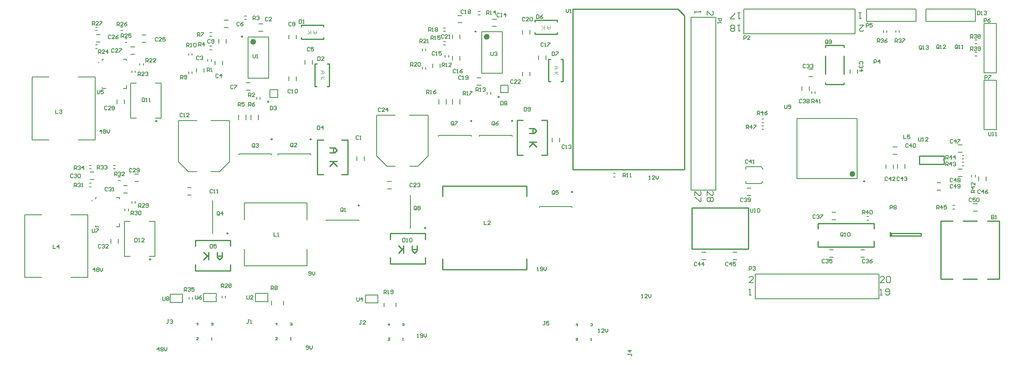
<source format=gto>
G04 Layer_Color=65535*
%FSLAX23Y23*%
%MOIN*%
G70*
G01*
G75*
%ADD52C,0.010*%
%ADD76C,0.010*%
%ADD77C,0.024*%
%ADD78C,0.008*%
%ADD79C,0.005*%
%ADD80C,0.005*%
%ADD81C,0.008*%
%ADD82C,0.004*%
D52*
X10130Y3322D02*
G03*
X10130Y3348I0J13D01*
G01*
X10568Y3944D02*
G03*
X10568Y3931I0J-6D01*
G01*
X10130Y3322D02*
Y3345D01*
Y3325D02*
Y3348D01*
Y3325D02*
X10380D01*
Y3345D01*
X10130D02*
X10380D01*
X6510Y3052D02*
X7190D01*
X6510Y3728D02*
X7190D01*
Y3643D02*
Y3728D01*
X6510Y3643D02*
Y3728D01*
Y3052D02*
Y3137D01*
X7190Y3052D02*
Y3137D01*
X8414Y5160D02*
X8465Y5108D01*
Y3860D02*
Y5108D01*
X7564Y5160D02*
X8414D01*
X7564Y3860D02*
Y5160D01*
Y3860D02*
X8465D01*
X8983Y3216D02*
Y3551D01*
X8527Y3216D02*
X8983D01*
X8527Y3551D02*
X8983D01*
X8527Y3216D02*
Y3551D01*
X10540Y2973D02*
Y3445D01*
X11013Y2973D02*
Y3445D01*
X10917Y2973D02*
X11013D01*
X10720Y2973D02*
X10833D01*
X10540D02*
X10636D01*
X10540Y3445D02*
X10636D01*
X10917D02*
X11013D01*
X10720D02*
X10833D01*
X6088Y3097D02*
X6369D01*
X6088Y3343D02*
X6369D01*
Y3294D02*
Y3343D01*
Y3097D02*
Y3146D01*
X6088Y3294D02*
Y3343D01*
Y3097D02*
Y3146D01*
X7358Y3978D02*
Y4259D01*
X7112Y3978D02*
Y4259D01*
X7161D01*
X7309D02*
X7358D01*
X7112Y3978D02*
X7161D01*
X7309D02*
X7358D01*
X4511Y3042D02*
X4792D01*
X4511Y3288D02*
X4792D01*
Y3239D02*
Y3288D01*
Y3042D02*
Y3091D01*
X4511Y3239D02*
Y3288D01*
Y3042D02*
Y3091D01*
X5743Y3821D02*
Y4102D01*
X5497Y3821D02*
Y4102D01*
X5546D01*
X5694D02*
X5743D01*
X5497Y3821D02*
X5546D01*
X5694D02*
X5743D01*
X10568Y3944D02*
Y3970D01*
Y3905D02*
Y3931D01*
X10368Y3905D02*
X10568D01*
X10368D02*
Y3970D01*
X10568D01*
X7368Y4754D02*
X7382D01*
X7368Y4573D02*
X7382D01*
X7468D02*
X7482D01*
X7468Y4754D02*
X7482D01*
X7368Y4573D02*
Y4754D01*
X7482Y4573D02*
Y4754D01*
X7255Y4956D02*
X7436D01*
X7255Y5070D02*
X7436D01*
Y4956D02*
Y4970D01*
X7255Y4956D02*
Y4970D01*
Y5056D02*
Y5070D01*
X7436Y5056D02*
Y5070D01*
X5478Y4716D02*
X5492D01*
X5478Y4535D02*
X5492D01*
X5578D02*
X5592D01*
X5578Y4716D02*
X5592D01*
X5478Y4535D02*
Y4716D01*
X5592Y4535D02*
Y4716D01*
X5365Y4918D02*
X5546D01*
X5365Y5032D02*
X5546D01*
Y4918D02*
Y4932D01*
X5365Y4918D02*
Y4932D01*
Y5018D02*
Y5032D01*
X5546Y5018D02*
Y5032D01*
X9607Y4551D02*
X9757D01*
X9607Y4866D02*
X9757D01*
X9607Y4551D02*
Y4565D01*
Y4635D02*
Y4781D01*
Y4852D02*
Y4866D01*
X9757Y4635D02*
Y4781D01*
Y4551D02*
Y4565D01*
Y4852D02*
Y4866D01*
X9545Y3381D02*
Y3425D01*
Y3235D02*
Y3279D01*
X9999Y3235D02*
Y3279D01*
Y3381D02*
Y3425D01*
X9545D02*
X9999D01*
X9545Y3235D02*
X9999D01*
X6193Y3185D02*
Y3245D01*
Y3225D01*
X6153Y3185D01*
X6183Y3215D01*
X6153Y3245D01*
X6303D02*
Y3205D01*
X6283Y3185D01*
X6263Y3205D01*
Y3245D01*
Y3215D01*
X6303D01*
X7270Y4083D02*
X7210D01*
X7230D01*
X7270Y4043D01*
X7240Y4073D01*
X7210Y4043D01*
Y4193D02*
X7250D01*
X7270Y4173D01*
X7250Y4153D01*
X7210D01*
X7240D01*
Y4193D01*
X4616Y3130D02*
Y3190D01*
Y3170D01*
X4576Y3130D01*
X4606Y3160D01*
X4576Y3190D01*
X4727D02*
Y3150D01*
X4707Y3130D01*
X4687Y3150D01*
Y3190D01*
Y3160D01*
X4727D01*
X5655Y3926D02*
X5595D01*
X5615D01*
X5655Y3886D01*
X5625Y3916D01*
X5595Y3886D01*
Y4037D02*
X5635D01*
X5655Y4017D01*
X5635Y3997D01*
X5595D01*
X5625D01*
Y4037D01*
D76*
X6969Y4449D02*
G03*
X6969Y4449I-5J0D01*
G01*
X5104Y4411D02*
G03*
X5104Y4411I-5J0D01*
G01*
X3675Y3607D02*
G03*
X3675Y3607I-2J0D01*
G01*
X3730Y4727D02*
G03*
X3730Y4727I-2J0D01*
G01*
X6374Y3388D02*
G03*
X6374Y3388I-5J0D01*
G01*
X6747Y4254D02*
G03*
X6747Y4254I-5J0D01*
G01*
X7077Y4255D02*
G03*
X7077Y4255I-5J0D01*
G01*
X7562Y3679D02*
G03*
X7562Y3679I-5J0D01*
G01*
X4774Y3343D02*
G03*
X4774Y3343I-5J0D01*
G01*
X5132Y4105D02*
G03*
X5132Y4105I-5J0D01*
G01*
X5447D02*
G03*
X5447Y4105I-5J0D01*
G01*
X5837Y3570D02*
G03*
X5837Y3570I-5J0D01*
G01*
X9925Y3766D02*
G03*
X9925Y3766I-5J0D01*
G01*
X6781Y4979D02*
G03*
X6781Y4979I-5J0D01*
G01*
X4892Y4938D02*
G03*
X4892Y4938I-5J0D01*
G01*
X4149Y3133D02*
G03*
X4149Y3133I-5J0D01*
G01*
X4199Y4253D02*
G03*
X4199Y4253I-5J0D01*
G01*
D77*
X9837Y3825D02*
G03*
X9837Y3825I-12J0D01*
G01*
X6879Y4936D02*
G03*
X6879Y4936I-12J0D01*
G01*
X4990Y4895D02*
G03*
X4990Y4895I-12J0D01*
G01*
D78*
X4408Y2823D02*
G03*
X4408Y2810I0J-6D01*
G01*
X4679Y2830D02*
G03*
X4679Y2817I0J-6D01*
G01*
X5988Y2818D02*
G03*
X5988Y2805I0J-6D01*
G01*
X5098Y2830D02*
G03*
X5098Y2817I0J-6D01*
G01*
X6979Y4483D02*
X7041D01*
X6979D02*
Y4544D01*
X7041Y4483D02*
Y4544D01*
X6979D02*
X7041D01*
X5114Y4444D02*
X5176D01*
X5114D02*
Y4506D01*
X5176Y4444D02*
Y4506D01*
X5114D02*
X5176D01*
X3702Y3624D02*
Y3633D01*
Y3397D02*
Y3406D01*
Y3633D02*
X3710D01*
X3870D02*
X3898D01*
Y3624D02*
Y3633D01*
Y3397D02*
Y3425D01*
X3702Y3397D02*
X3730D01*
X3870D02*
X3898D01*
X3757Y4744D02*
Y4753D01*
Y4517D02*
Y4526D01*
Y4753D02*
X3765D01*
X3925D02*
X3953D01*
Y4744D02*
Y4753D01*
Y4517D02*
Y4545D01*
X3757Y4517D02*
X3785D01*
X3925D02*
X3953D01*
X8963Y3884D02*
X9085D01*
X8963Y3863D02*
Y3884D01*
Y3746D02*
Y3767D01*
Y3746D02*
X9085D01*
X9101Y3863D02*
Y3868D01*
X9085Y3884D02*
X9101Y3868D01*
X9085Y3746D02*
X9101Y3762D01*
Y3767D01*
X6392Y3969D02*
Y4302D01*
X6243D02*
X6392D01*
X5978D02*
X6127D01*
X5978Y3969D02*
Y4302D01*
X6243Y3888D02*
X6311D01*
X6392Y3969D01*
X5978D02*
X6059Y3888D01*
X6127D01*
X4787Y3925D02*
Y4258D01*
X4638D02*
X4787D01*
X4373D02*
X4522D01*
X4373Y3925D02*
Y4258D01*
X4638Y3845D02*
X4706D01*
X4787Y3925D01*
X4373D02*
X4454Y3845D01*
X4522D01*
X6245Y3388D02*
X6251D01*
Y3652D01*
X6245D02*
X6251D01*
X6742Y4130D02*
Y4136D01*
X6478D02*
X6742D01*
X6478Y4130D02*
Y4136D01*
X7072Y4131D02*
Y4136D01*
X6808D02*
X7072D01*
X6808Y4131D02*
Y4136D01*
X7557Y3555D02*
Y3561D01*
X7293D02*
X7557D01*
X7293Y3555D02*
Y3561D01*
X4645Y3343D02*
X4651D01*
Y3607D01*
X4645D02*
X4651D01*
X5127Y3981D02*
Y3986D01*
X4863D02*
X5127D01*
X4863Y3981D02*
Y3986D01*
X5442Y3981D02*
Y3986D01*
X5178D02*
X5442D01*
X5178Y3981D02*
Y3986D01*
X5832Y3446D02*
Y3451D01*
X5568D02*
X5832D01*
X5568Y3446D02*
Y3451D01*
X8720Y3695D02*
Y5095D01*
X8520Y3695D02*
Y5095D01*
X8720D01*
X8520Y3695D02*
X8720D01*
X9115Y2815D02*
X10040D01*
X9115Y3015D02*
X10040D01*
X9040D02*
X9115D01*
X9040Y2815D02*
Y3015D01*
Y2815D02*
X9115D01*
X10040D02*
Y3015D01*
X8945Y4960D02*
Y5160D01*
X9845Y4960D02*
Y5160D01*
X8945Y4960D02*
X9845D01*
X8945Y5160D02*
X9845D01*
X10890Y4585D02*
X10990D01*
Y4185D02*
Y4585D01*
X10890Y4185D02*
Y4585D01*
Y4185D02*
X10990D01*
X10890Y4645D02*
X10990D01*
X10890D02*
Y5045D01*
X10990Y4645D02*
Y5045D01*
X10890D02*
X10990D01*
X9940Y5060D02*
Y5160D01*
X10340D01*
X9940Y5060D02*
X10340D01*
Y5160D01*
X10820Y5060D02*
Y5160D01*
X10420Y5060D02*
X10820D01*
X10420Y5160D02*
X10820D01*
X10420Y5060D02*
Y5160D01*
X9376Y4274D02*
X9864D01*
X9376Y3786D02*
X9864D01*
X9376D02*
Y4274D01*
X9864Y3786D02*
Y4274D01*
X6827Y4641D02*
X6993D01*
X6827Y4976D02*
X6993D01*
Y4641D02*
Y4976D01*
X6827Y4641D02*
Y4976D01*
X4938Y4599D02*
X5104D01*
X4938Y4934D02*
X5104D01*
Y4599D02*
Y4934D01*
X4938Y4599D02*
Y4934D01*
X3131Y2986D02*
Y3494D01*
X3639Y2986D02*
Y3494D01*
X3131Y2986D02*
X3267D01*
X3131Y3494D02*
X3267D01*
X3503Y2986D02*
X3639D01*
X3503Y3494D02*
X3639D01*
X3191Y4101D02*
Y4609D01*
X3699Y4101D02*
Y4609D01*
X3191Y4101D02*
X3327D01*
X3191Y4609D02*
X3327D01*
X3563Y4101D02*
X3699D01*
X3563Y4609D02*
X3699D01*
X4906Y3081D02*
X5414D01*
X4906Y3589D02*
X5414D01*
Y3081D02*
Y3217D01*
X4906Y3081D02*
Y3217D01*
X5414Y3453D02*
Y3589D01*
X4906Y3453D02*
Y3589D01*
X4184Y3158D02*
Y3442D01*
X3936Y3158D02*
Y3442D01*
X4138D02*
X4184D01*
X4138Y3158D02*
X4184D01*
X3936Y3442D02*
X3982D01*
X3936Y3158D02*
X3982D01*
X4234Y4278D02*
Y4562D01*
X3986Y4278D02*
Y4562D01*
X4188D02*
X4234D01*
X4188Y4278D02*
X4234D01*
X3986Y4562D02*
X4032D01*
X3986Y4278D02*
X4032D01*
X4306Y2849D02*
X4408D01*
X4306Y2784D02*
Y2849D01*
Y2784D02*
X4408D01*
Y2810D01*
Y2823D02*
Y2849D01*
X4577Y2856D02*
X4679D01*
X4577Y2791D02*
Y2856D01*
Y2791D02*
X4679D01*
Y2817D01*
Y2830D02*
Y2856D01*
X5886Y2844D02*
X5988D01*
X5886Y2779D02*
Y2844D01*
Y2779D02*
X5988D01*
Y2805D01*
Y2818D02*
Y2844D01*
X4996Y2856D02*
X5098D01*
X4996Y2791D02*
Y2856D01*
Y2791D02*
X5098D01*
Y2817D01*
Y2830D02*
Y2856D01*
X6650Y4391D02*
Y4431D01*
X6590Y4391D02*
Y4431D01*
X6540Y4391D02*
Y4431D01*
X6480Y4391D02*
Y4431D01*
X5020Y4265D02*
Y4305D01*
X4960Y4265D02*
Y4305D01*
X4920Y4265D02*
Y4305D01*
X4860Y4265D02*
Y4305D01*
X4019Y3765D02*
X4051D01*
X4019Y3825D02*
X4051D01*
X3887Y3799D02*
X3903D01*
X3887Y3771D02*
X3903D01*
X9092Y4214D02*
X9108D01*
X9092Y4186D02*
X9108D01*
X9092Y4241D02*
X9108D01*
X9092Y4269D02*
X9108D01*
X10817Y4809D02*
X10833D01*
X10817Y4781D02*
X10833D01*
X10804Y3525D02*
X10836D01*
X10804Y3585D02*
X10836D01*
X10637Y3569D02*
X10653D01*
X10637Y3541D02*
X10653D01*
X9943Y3451D02*
X9958D01*
X9943Y3479D02*
X9958D01*
X8972Y3650D02*
X9004D01*
X8972Y3710D02*
X9004D01*
X9524Y4477D02*
Y4493D01*
X9496Y4477D02*
Y4493D01*
X10190Y3871D02*
Y3903D01*
X10250Y3871D02*
Y3903D01*
X10095Y3869D02*
Y3901D01*
X10155Y3869D02*
Y3901D01*
X10154Y4045D02*
X10186D01*
X10154Y3985D02*
X10186D01*
X9892Y3210D02*
X9924D01*
X9892Y3150D02*
X9924D01*
X9639Y3150D02*
X9671D01*
X9639Y3210D02*
X9671D01*
X9415Y4502D02*
Y4534D01*
X9475Y4502D02*
Y4534D01*
X9659Y3515D02*
X9691D01*
X9659Y3455D02*
X9691D01*
X9865Y4639D02*
Y4671D01*
X9805Y4639D02*
Y4671D01*
X9474Y4675D02*
X9506D01*
X9474Y4615D02*
X9506D01*
X6346Y4675D02*
Y4691D01*
X6374Y4675D02*
Y4691D01*
X5128Y2764D02*
Y2796D01*
X5222Y2764D02*
Y2796D01*
X4726Y2822D02*
Y2838D01*
X4754Y2822D02*
Y2838D01*
X5024Y5040D02*
X5056D01*
X5024Y4980D02*
X5056D01*
X4907Y5104D02*
X4923D01*
X4907Y5076D02*
X4923D01*
X4922Y4505D02*
X4954D01*
X4922Y4565D02*
X4954D01*
X4627Y4969D02*
X4643D01*
X4627Y4941D02*
X4643D01*
X4700Y4884D02*
Y4916D01*
X4760Y4884D02*
Y4916D01*
X4627Y4859D02*
X4643D01*
X4627Y4831D02*
X4643D01*
X4670Y4709D02*
Y4741D01*
X4730Y4709D02*
Y4741D01*
X5034Y4432D02*
Y4448D01*
X5006Y4432D02*
Y4448D01*
X4639Y4737D02*
Y4753D01*
X4611Y4737D02*
Y4753D01*
X4520Y4649D02*
Y4681D01*
X4580Y4649D02*
Y4681D01*
X4446Y3655D02*
X4478D01*
X4446Y3715D02*
X4478D01*
X3935Y4394D02*
Y4426D01*
X3875Y4394D02*
Y4426D01*
X4024Y4647D02*
Y4662D01*
X3996Y4647D02*
Y4662D01*
X4089Y4707D02*
Y4722D01*
X4061Y4707D02*
Y4722D01*
X3987Y4795D02*
X4019D01*
X3987Y4855D02*
X4019D01*
X4079Y4890D02*
X4111D01*
X4079Y4950D02*
X4111D01*
X3942Y4919D02*
X3958D01*
X3942Y4891D02*
X3958D01*
X3702Y4841D02*
X3717D01*
X3702Y4869D02*
X3717D01*
X3709Y4955D02*
X3741D01*
X3709Y4895D02*
X3741D01*
X3702Y4986D02*
X3717D01*
X3702Y5014D02*
X3717D01*
X3907Y4986D02*
X3923D01*
X3907Y5014D02*
X3923D01*
X3885Y3264D02*
Y3296D01*
X3825Y3264D02*
Y3296D01*
X4024Y3587D02*
Y3603D01*
X3996Y3587D02*
Y3603D01*
X3929Y3670D02*
X3961D01*
X3929Y3730D02*
X3961D01*
X4461Y2812D02*
Y2827D01*
X4488Y2812D02*
Y2827D01*
X3652Y3721D02*
X3668D01*
X3652Y3749D02*
X3668D01*
X3969Y3527D02*
Y3543D01*
X3941Y3527D02*
Y3543D01*
X3659Y3840D02*
X3691D01*
X3659Y3780D02*
X3691D01*
X3652Y3866D02*
X3668D01*
X3652Y3894D02*
X3668D01*
X3848Y3866D02*
X3863D01*
X3848Y3894D02*
X3863D01*
X5265Y4919D02*
Y4951D01*
X5325Y4919D02*
Y4951D01*
X5395Y4714D02*
Y4746D01*
X5455Y4714D02*
Y4746D01*
X5325Y4582D02*
Y4614D01*
X5265Y4582D02*
Y4614D01*
X4744Y5070D02*
X4776D01*
X4744Y5010D02*
X4776D01*
X4456Y4637D02*
Y4653D01*
X4484Y4637D02*
Y4653D01*
X4456Y4787D02*
Y4802D01*
X4484Y4787D02*
Y4802D01*
X8607Y3130D02*
X8639D01*
X8607Y3190D02*
X8639D01*
X8859Y3190D02*
X8891D01*
X8859Y3130D02*
X8891D01*
X5875Y3934D02*
Y3966D01*
X5815Y3934D02*
Y3966D01*
X7455Y4084D02*
Y4116D01*
X7395Y4084D02*
Y4116D01*
X6517Y5007D02*
X6533D01*
X6517Y4979D02*
X6533D01*
X6517Y4897D02*
X6533D01*
X6517Y4869D02*
X6533D01*
X6797Y5142D02*
X6813D01*
X6797Y5114D02*
X6813D01*
X6899Y4470D02*
Y4486D01*
X6871Y4470D02*
Y4486D01*
X6559Y4772D02*
Y4788D01*
X6531Y4772D02*
Y4788D01*
X7215Y4621D02*
Y4652D01*
X7155Y4621D02*
Y4652D01*
X6590Y4922D02*
Y4954D01*
X6650Y4922D02*
Y4954D01*
X7155Y4957D02*
Y4989D01*
X7215Y4957D02*
Y4989D01*
X6787Y4544D02*
X6819D01*
X6787Y4603D02*
X6819D01*
X6634Y5108D02*
X6666D01*
X6634Y5049D02*
X6666D01*
X7285Y4752D02*
Y4784D01*
X7345Y4752D02*
Y4784D01*
X6590Y4747D02*
Y4779D01*
X6650Y4747D02*
Y4779D01*
X6430Y4686D02*
Y4717D01*
X6490Y4686D02*
Y4717D01*
X6346Y4825D02*
Y4841D01*
X6374Y4825D02*
Y4841D01*
X6914Y5078D02*
X6946D01*
X6914Y5019D02*
X6946D01*
X6064Y3705D02*
X6096D01*
X6064Y3765D02*
X6096D01*
X7892Y3829D02*
X7908D01*
X7892Y3801D02*
X7908D01*
X6038Y2749D02*
Y2781D01*
X6132Y2749D02*
Y2781D01*
X10791Y3802D02*
Y3817D01*
X10819Y3802D02*
Y3817D01*
X10713Y3891D02*
X10728D01*
X10713Y3919D02*
X10728D01*
X10713Y3974D02*
X10728D01*
X10713Y3946D02*
X10728D01*
X10509Y3695D02*
X10541D01*
X10509Y3755D02*
X10541D01*
X10845Y3771D02*
Y3803D01*
X10905Y3771D02*
Y3803D01*
X10681Y3865D02*
X10713D01*
X10681Y3805D02*
X10713D01*
X10681Y4060D02*
X10713D01*
X10681Y4000D02*
X10713D01*
X10817Y4909D02*
X10833D01*
X10817Y4881D02*
X10833D01*
X10104Y4972D02*
Y4988D01*
X10076Y4972D02*
Y4988D01*
X10204Y4973D02*
Y4988D01*
X10176Y4973D02*
Y4988D01*
D79*
X5095Y5090D02*
X5090Y5095D01*
X5080D01*
X5075Y5090D01*
Y5070D01*
X5080Y5065D01*
X5090D01*
X5095Y5070D01*
X5125Y5065D02*
X5105D01*
X5125Y5085D01*
Y5090D01*
X5120Y5095D01*
X5110D01*
X5105Y5090D01*
X8965Y4190D02*
Y4220D01*
X8980D01*
X8985Y4215D01*
Y4205D01*
X8980Y4200D01*
X8965D01*
X8975D02*
X8985Y4190D01*
X9010D02*
Y4220D01*
X8995Y4205D01*
X9015D01*
X9025Y4220D02*
X9045D01*
Y4215D01*
X9025Y4195D01*
Y4190D01*
X9056Y4304D02*
Y4334D01*
X9071D01*
X9076Y4329D01*
Y4319D01*
X9071Y4314D01*
X9056D01*
X9066D02*
X9076Y4304D01*
X9101D02*
Y4334D01*
X9086Y4319D01*
X9106D01*
X9136Y4334D02*
X9126Y4329D01*
X9116Y4319D01*
Y4309D01*
X9121Y4304D01*
X9131D01*
X9136Y4309D01*
Y4314D01*
X9131Y4319D01*
X9116D01*
X9750Y3325D02*
Y3345D01*
X9745Y3350D01*
X9735D01*
X9730Y3345D01*
Y3325D01*
X9735Y3320D01*
X9745D01*
X9740Y3330D02*
X9750Y3320D01*
X9745D02*
X9750Y3325D01*
X9760Y3320D02*
X9770D01*
X9765D01*
Y3350D01*
X9760Y3345D01*
X9785D02*
X9790Y3350D01*
X9800D01*
X9805Y3345D01*
Y3325D01*
X9800Y3320D01*
X9790D01*
X9785Y3325D01*
Y3345D01*
X8990Y3044D02*
Y3074D01*
X9005D01*
X9010Y3069D01*
Y3059D01*
X9005Y3054D01*
X8990D01*
X9020Y3069D02*
X9025Y3074D01*
X9035D01*
X9040Y3069D01*
Y3064D01*
X9035Y3059D01*
X9030D01*
X9035D01*
X9040Y3054D01*
Y3049D01*
X9035Y3044D01*
X9025D01*
X9020Y3049D01*
X8945Y4915D02*
Y4945D01*
X8960D01*
X8965Y4940D01*
Y4930D01*
X8960Y4925D01*
X8945D01*
X8995Y4915D02*
X8975D01*
X8995Y4935D01*
Y4940D01*
X8990Y4945D01*
X8980D01*
X8975Y4940D01*
X8980Y3935D02*
X8975Y3940D01*
X8965D01*
X8960Y3935D01*
Y3915D01*
X8965Y3910D01*
X8975D01*
X8980Y3915D01*
X9005Y3910D02*
Y3940D01*
X8990Y3925D01*
X9010D01*
X9020Y3910D02*
X9030D01*
X9025D01*
Y3940D01*
X9020Y3935D01*
X5830Y4130D02*
X5825Y4135D01*
X5815D01*
X5810Y4130D01*
Y4110D01*
X5815Y4105D01*
X5825D01*
X5830Y4110D01*
X5840Y4105D02*
X5850D01*
X5845D01*
Y4135D01*
X5840Y4130D01*
X4540Y4775D02*
X4535Y4780D01*
X4525D01*
X4520Y4775D01*
Y4755D01*
X4525Y4750D01*
X4535D01*
X4540Y4755D01*
X4550Y4775D02*
X4555Y4780D01*
X4565D01*
X4570Y4775D01*
Y4770D01*
X4565Y4765D01*
X4560D01*
X4565D01*
X4570Y4760D01*
Y4755D01*
X4565Y4750D01*
X4555D01*
X4550Y4755D01*
X4695Y4630D02*
X4690Y4635D01*
X4680D01*
X4675Y4630D01*
Y4610D01*
X4680Y4605D01*
X4690D01*
X4695Y4610D01*
X4720Y4605D02*
Y4635D01*
X4705Y4620D01*
X4725D01*
X5435Y4845D02*
X5430Y4850D01*
X5420D01*
X5415Y4845D01*
Y4825D01*
X5420Y4820D01*
X5430D01*
X5435Y4825D01*
X5465Y4850D02*
X5445D01*
Y4835D01*
X5455Y4840D01*
X5460D01*
X5465Y4835D01*
Y4825D01*
X5460Y4820D01*
X5450D01*
X5445Y4825D01*
X4865Y5050D02*
X4860Y5055D01*
X4850D01*
X4845Y5050D01*
Y5030D01*
X4850Y5025D01*
X4860D01*
X4865Y5030D01*
X4895Y5055D02*
X4885Y5050D01*
X4875Y5040D01*
Y5030D01*
X4880Y5025D01*
X4890D01*
X4895Y5030D01*
Y5035D01*
X4890Y5040D01*
X4875D01*
X4815Y4540D02*
X4810Y4545D01*
X4800D01*
X4795Y4540D01*
Y4520D01*
X4800Y4515D01*
X4810D01*
X4815Y4520D01*
X4825Y4545D02*
X4845D01*
Y4540D01*
X4825Y4520D01*
Y4515D01*
X5285Y5050D02*
X5280Y5055D01*
X5270D01*
X5265Y5050D01*
Y5030D01*
X5270Y5025D01*
X5280D01*
X5285Y5030D01*
X5295Y5050D02*
X5300Y5055D01*
X5310D01*
X5315Y5050D01*
Y5045D01*
X5310Y5040D01*
X5315Y5035D01*
Y5030D01*
X5310Y5025D01*
X5300D01*
X5295Y5030D01*
Y5035D01*
X5300Y5040D01*
X5295Y5045D01*
Y5050D01*
X5300Y5040D02*
X5310D01*
X4630Y4910D02*
X4625Y4915D01*
X4615D01*
X4610Y4910D01*
Y4890D01*
X4615Y4885D01*
X4625D01*
X4630Y4890D01*
X4640D02*
X4645Y4885D01*
X4655D01*
X4660Y4890D01*
Y4910D01*
X4655Y4915D01*
X4645D01*
X4640Y4910D01*
Y4905D01*
X4645Y4900D01*
X4660D01*
X5280Y4505D02*
X5275Y4510D01*
X5265D01*
X5260Y4505D01*
Y4485D01*
X5265Y4480D01*
X5275D01*
X5280Y4485D01*
X5290Y4480D02*
X5300D01*
X5295D01*
Y4510D01*
X5290Y4505D01*
X5315D02*
X5320Y4510D01*
X5330D01*
X5335Y4505D01*
Y4485D01*
X5330Y4480D01*
X5320D01*
X5315Y4485D01*
Y4505D01*
X4649Y3695D02*
X4644Y3700D01*
X4634D01*
X4629Y3695D01*
Y3675D01*
X4634Y3670D01*
X4644D01*
X4649Y3675D01*
X4659Y3670D02*
X4669D01*
X4664D01*
Y3700D01*
X4659Y3695D01*
X4684Y3670D02*
X4694D01*
X4689D01*
Y3700D01*
X4684Y3695D01*
X4405Y4312D02*
X4400Y4317D01*
X4390D01*
X4385Y4312D01*
Y4292D01*
X4390Y4287D01*
X4400D01*
X4405Y4292D01*
X4415Y4287D02*
X4425D01*
X4420D01*
Y4317D01*
X4415Y4312D01*
X4460Y4287D02*
X4440D01*
X4460Y4307D01*
Y4312D01*
X4455Y4317D01*
X4445D01*
X4440Y4312D01*
X7495Y4055D02*
X7490Y4060D01*
X7480D01*
X7475Y4055D01*
Y4035D01*
X7480Y4030D01*
X7490D01*
X7495Y4035D01*
X7505Y4030D02*
X7515D01*
X7510D01*
Y4060D01*
X7505Y4055D01*
X7530D02*
X7535Y4060D01*
X7545D01*
X7550Y4055D01*
Y4050D01*
X7545Y4045D01*
X7540D01*
X7545D01*
X7550Y4040D01*
Y4035D01*
X7545Y4030D01*
X7535D01*
X7530Y4035D01*
X6970Y5123D02*
X6965Y5128D01*
X6955D01*
X6950Y5123D01*
Y5103D01*
X6955Y5098D01*
X6965D01*
X6970Y5103D01*
X6980Y5098D02*
X6990D01*
X6985D01*
Y5128D01*
X6980Y5123D01*
X7020Y5098D02*
Y5128D01*
X7005Y5113D01*
X7025D01*
X6445Y4811D02*
X6440Y4816D01*
X6430D01*
X6425Y4811D01*
Y4791D01*
X6430Y4786D01*
X6440D01*
X6445Y4791D01*
X6455Y4786D02*
X6465D01*
X6460D01*
Y4816D01*
X6455Y4811D01*
X6500Y4816D02*
X6480D01*
Y4801D01*
X6490Y4806D01*
X6495D01*
X6500Y4801D01*
Y4791D01*
X6495Y4786D01*
X6485D01*
X6480Y4791D01*
X6615Y4668D02*
X6610Y4673D01*
X6600D01*
X6595Y4668D01*
Y4648D01*
X6600Y4643D01*
X6610D01*
X6615Y4648D01*
X6625Y4643D02*
X6635D01*
X6630D01*
Y4673D01*
X6625Y4668D01*
X6670Y4673D02*
X6660Y4668D01*
X6650Y4658D01*
Y4648D01*
X6655Y4643D01*
X6665D01*
X6670Y4648D01*
Y4653D01*
X6665Y4658D01*
X6650D01*
X7325Y4883D02*
X7320Y4888D01*
X7310D01*
X7305Y4883D01*
Y4863D01*
X7310Y4858D01*
X7320D01*
X7325Y4863D01*
X7335Y4858D02*
X7345D01*
X7340D01*
Y4888D01*
X7335Y4883D01*
X7360Y4888D02*
X7380D01*
Y4883D01*
X7360Y4863D01*
Y4858D01*
X6680Y5148D02*
X6675Y5153D01*
X6665D01*
X6660Y5148D01*
Y5128D01*
X6665Y5123D01*
X6675D01*
X6680Y5128D01*
X6690Y5123D02*
X6700D01*
X6695D01*
Y5153D01*
X6690Y5148D01*
X6715D02*
X6720Y5153D01*
X6730D01*
X6735Y5148D01*
Y5143D01*
X6730Y5138D01*
X6735Y5133D01*
Y5128D01*
X6730Y5123D01*
X6720D01*
X6715Y5128D01*
Y5133D01*
X6720Y5138D01*
X6715Y5143D01*
Y5148D01*
X6720Y5138D02*
X6730D01*
X6660Y4615D02*
X6655Y4620D01*
X6645D01*
X6640Y4615D01*
Y4595D01*
X6645Y4590D01*
X6655D01*
X6660Y4595D01*
X6670Y4590D02*
X6680D01*
X6675D01*
Y4620D01*
X6670Y4615D01*
X6695Y4595D02*
X6700Y4590D01*
X6710D01*
X6715Y4595D01*
Y4615D01*
X6710Y4620D01*
X6700D01*
X6695Y4615D01*
Y4610D01*
X6700Y4605D01*
X6715D01*
X7175Y5088D02*
X7170Y5093D01*
X7160D01*
X7155Y5088D01*
Y5068D01*
X7160Y5063D01*
X7170D01*
X7175Y5068D01*
X7205Y5063D02*
X7185D01*
X7205Y5083D01*
Y5088D01*
X7200Y5093D01*
X7190D01*
X7185Y5088D01*
X7215D02*
X7220Y5093D01*
X7230D01*
X7235Y5088D01*
Y5068D01*
X7230Y5063D01*
X7220D01*
X7215Y5068D01*
Y5088D01*
X6520Y4948D02*
X6515Y4953D01*
X6505D01*
X6500Y4948D01*
Y4928D01*
X6505Y4923D01*
X6515D01*
X6520Y4928D01*
X6550Y4923D02*
X6530D01*
X6550Y4943D01*
Y4948D01*
X6545Y4953D01*
X6535D01*
X6530Y4948D01*
X6560Y4923D02*
X6570D01*
X6565D01*
Y4953D01*
X6560Y4948D01*
X7080Y4583D02*
X7075Y4588D01*
X7065D01*
X7060Y4583D01*
Y4563D01*
X7065Y4558D01*
X7075D01*
X7080Y4563D01*
X7110Y4558D02*
X7090D01*
X7110Y4578D01*
Y4583D01*
X7105Y4588D01*
X7095D01*
X7090Y4583D01*
X7140Y4558D02*
X7120D01*
X7140Y4578D01*
Y4583D01*
X7135Y4588D01*
X7125D01*
X7120Y4583D01*
X6265Y3745D02*
X6260Y3750D01*
X6250D01*
X6245Y3745D01*
Y3725D01*
X6250Y3720D01*
X6260D01*
X6265Y3725D01*
X6295Y3720D02*
X6275D01*
X6295Y3740D01*
Y3745D01*
X6290Y3750D01*
X6280D01*
X6275Y3745D01*
X6305D02*
X6310Y3750D01*
X6320D01*
X6325Y3745D01*
Y3740D01*
X6320Y3735D01*
X6315D01*
X6320D01*
X6325Y3730D01*
Y3725D01*
X6320Y3720D01*
X6310D01*
X6305Y3725D01*
X6010Y4355D02*
X6005Y4360D01*
X5995D01*
X5990Y4355D01*
Y4335D01*
X5995Y4330D01*
X6005D01*
X6010Y4335D01*
X6040Y4330D02*
X6020D01*
X6040Y4350D01*
Y4355D01*
X6035Y4360D01*
X6025D01*
X6020Y4355D01*
X6065Y4330D02*
Y4360D01*
X6050Y4345D01*
X6070D01*
X4205Y4925D02*
X4200Y4930D01*
X4190D01*
X4185Y4925D01*
Y4905D01*
X4190Y4900D01*
X4200D01*
X4205Y4905D01*
X4235Y4900D02*
X4215D01*
X4235Y4920D01*
Y4925D01*
X4230Y4930D01*
X4220D01*
X4215Y4925D01*
X4265Y4930D02*
X4245D01*
Y4915D01*
X4255Y4920D01*
X4260D01*
X4265Y4915D01*
Y4905D01*
X4260Y4900D01*
X4250D01*
X4245Y4905D01*
X3825Y4945D02*
X3820Y4950D01*
X3810D01*
X3805Y4945D01*
Y4925D01*
X3810Y4920D01*
X3820D01*
X3825Y4925D01*
X3855Y4920D02*
X3835D01*
X3855Y4940D01*
Y4945D01*
X3850Y4950D01*
X3840D01*
X3835Y4945D01*
X3885Y4950D02*
X3875Y4945D01*
X3865Y4935D01*
Y4925D01*
X3870Y4920D01*
X3880D01*
X3885Y4925D01*
Y4930D01*
X3880Y4935D01*
X3865D01*
X3853Y4835D02*
X3848Y4840D01*
X3838D01*
X3833Y4835D01*
Y4815D01*
X3838Y4810D01*
X3848D01*
X3853Y4815D01*
X3883Y4810D02*
X3863D01*
X3883Y4830D01*
Y4835D01*
X3878Y4840D01*
X3868D01*
X3863Y4835D01*
X3893Y4840D02*
X3913D01*
Y4835D01*
X3893Y4815D01*
Y4810D01*
X3795Y4370D02*
X3790Y4375D01*
X3780D01*
X3775Y4370D01*
Y4350D01*
X3780Y4345D01*
X3790D01*
X3795Y4350D01*
X3825Y4345D02*
X3805D01*
X3825Y4365D01*
Y4370D01*
X3820Y4375D01*
X3810D01*
X3805Y4370D01*
X3835D02*
X3840Y4375D01*
X3850D01*
X3855Y4370D01*
Y4365D01*
X3850Y4360D01*
X3855Y4355D01*
Y4350D01*
X3850Y4345D01*
X3840D01*
X3835Y4350D01*
Y4355D01*
X3840Y4360D01*
X3835Y4365D01*
Y4370D01*
X3840Y4360D02*
X3850D01*
X3995Y3865D02*
X3990Y3870D01*
X3980D01*
X3975Y3865D01*
Y3845D01*
X3980Y3840D01*
X3990D01*
X3995Y3845D01*
X4025Y3840D02*
X4005D01*
X4025Y3860D01*
Y3865D01*
X4020Y3870D01*
X4010D01*
X4005Y3865D01*
X4035Y3845D02*
X4040Y3840D01*
X4050D01*
X4055Y3845D01*
Y3865D01*
X4050Y3870D01*
X4040D01*
X4035Y3865D01*
Y3860D01*
X4040Y3855D01*
X4055D01*
X3520Y3820D02*
X3515Y3825D01*
X3505D01*
X3500Y3820D01*
Y3800D01*
X3505Y3795D01*
X3515D01*
X3520Y3800D01*
X3530Y3820D02*
X3535Y3825D01*
X3545D01*
X3550Y3820D01*
Y3815D01*
X3545Y3810D01*
X3540D01*
X3545D01*
X3550Y3805D01*
Y3800D01*
X3545Y3795D01*
X3535D01*
X3530Y3800D01*
X3560Y3820D02*
X3565Y3825D01*
X3575D01*
X3580Y3820D01*
Y3800D01*
X3575Y3795D01*
X3565D01*
X3560Y3800D01*
Y3820D01*
X3800Y3712D02*
X3795Y3717D01*
X3785D01*
X3780Y3712D01*
Y3692D01*
X3785Y3688D01*
X3795D01*
X3800Y3692D01*
X3810Y3712D02*
X3815Y3717D01*
X3825D01*
X3830Y3712D01*
Y3707D01*
X3825Y3702D01*
X3820D01*
X3825D01*
X3830Y3697D01*
Y3692D01*
X3825Y3688D01*
X3815D01*
X3810Y3692D01*
X3840Y3688D02*
X3850D01*
X3845D01*
Y3717D01*
X3840Y3712D01*
X3745Y3250D02*
X3740Y3255D01*
X3730D01*
X3725Y3250D01*
Y3230D01*
X3730Y3225D01*
X3740D01*
X3745Y3230D01*
X3755Y3250D02*
X3760Y3255D01*
X3770D01*
X3775Y3250D01*
Y3245D01*
X3770Y3240D01*
X3765D01*
X3770D01*
X3775Y3235D01*
Y3230D01*
X3770Y3225D01*
X3760D01*
X3755Y3230D01*
X3805Y3225D02*
X3785D01*
X3805Y3245D01*
Y3250D01*
X3800Y3255D01*
X3790D01*
X3785Y3250D01*
X9445Y4710D02*
X9440Y4715D01*
X9430D01*
X9425Y4710D01*
Y4690D01*
X9430Y4685D01*
X9440D01*
X9445Y4690D01*
X9455Y4710D02*
X9460Y4715D01*
X9470D01*
X9475Y4710D01*
Y4705D01*
X9470Y4700D01*
X9465D01*
X9470D01*
X9475Y4695D01*
Y4690D01*
X9470Y4685D01*
X9460D01*
X9455Y4690D01*
X9485Y4710D02*
X9490Y4715D01*
X9500D01*
X9505Y4710D01*
Y4705D01*
X9500Y4700D01*
X9495D01*
X9500D01*
X9505Y4695D01*
Y4690D01*
X9500Y4685D01*
X9490D01*
X9485Y4690D01*
X9905Y4715D02*
X9910Y4720D01*
Y4730D01*
X9905Y4735D01*
X9885D01*
X9880Y4730D01*
Y4720D01*
X9885Y4715D01*
X9905Y4705D02*
X9910Y4700D01*
Y4690D01*
X9905Y4685D01*
X9900D01*
X9895Y4690D01*
Y4695D01*
Y4690D01*
X9890Y4685D01*
X9885D01*
X9880Y4690D01*
Y4700D01*
X9885Y4705D01*
X9880Y4660D02*
X9910D01*
X9895Y4675D01*
Y4655D01*
X9600Y3130D02*
X9595Y3135D01*
X9585D01*
X9580Y3130D01*
Y3110D01*
X9585Y3105D01*
X9595D01*
X9600Y3110D01*
X9610Y3130D02*
X9615Y3135D01*
X9625D01*
X9630Y3130D01*
Y3125D01*
X9625Y3120D01*
X9620D01*
X9625D01*
X9630Y3115D01*
Y3110D01*
X9625Y3105D01*
X9615D01*
X9610Y3110D01*
X9660Y3135D02*
X9640D01*
Y3120D01*
X9650Y3125D01*
X9655D01*
X9660Y3120D01*
Y3110D01*
X9655Y3105D01*
X9645D01*
X9640Y3110D01*
X9925Y3130D02*
X9920Y3135D01*
X9910D01*
X9905Y3130D01*
Y3110D01*
X9910Y3105D01*
X9920D01*
X9925Y3110D01*
X9935Y3130D02*
X9940Y3135D01*
X9950D01*
X9955Y3130D01*
Y3125D01*
X9950Y3120D01*
X9945D01*
X9950D01*
X9955Y3115D01*
Y3110D01*
X9950Y3105D01*
X9940D01*
X9935Y3110D01*
X9985Y3135D02*
X9975Y3130D01*
X9965Y3120D01*
Y3110D01*
X9970Y3105D01*
X9980D01*
X9985Y3110D01*
Y3115D01*
X9980Y3120D01*
X9965D01*
X9525Y3490D02*
X9520Y3495D01*
X9510D01*
X9505Y3490D01*
Y3470D01*
X9510Y3465D01*
X9520D01*
X9525Y3470D01*
X9535Y3490D02*
X9540Y3495D01*
X9550D01*
X9555Y3490D01*
Y3485D01*
X9550Y3480D01*
X9545D01*
X9550D01*
X9555Y3475D01*
Y3470D01*
X9550Y3465D01*
X9540D01*
X9535Y3470D01*
X9565Y3495D02*
X9585D01*
Y3490D01*
X9565Y3470D01*
Y3465D01*
X9415Y4425D02*
X9410Y4430D01*
X9400D01*
X9395Y4425D01*
Y4405D01*
X9400Y4400D01*
X9410D01*
X9415Y4405D01*
X9425Y4425D02*
X9430Y4430D01*
X9440D01*
X9445Y4425D01*
Y4420D01*
X9440Y4415D01*
X9435D01*
X9440D01*
X9445Y4410D01*
Y4405D01*
X9440Y4400D01*
X9430D01*
X9425Y4405D01*
X9455Y4425D02*
X9460Y4430D01*
X9470D01*
X9475Y4425D01*
Y4420D01*
X9470Y4415D01*
X9475Y4410D01*
Y4405D01*
X9470Y4400D01*
X9460D01*
X9455Y4405D01*
Y4410D01*
X9460Y4415D01*
X9455Y4420D01*
Y4425D01*
X9460Y4415D02*
X9470D01*
X8940Y3625D02*
X8935Y3630D01*
X8925D01*
X8920Y3625D01*
Y3605D01*
X8925Y3600D01*
X8935D01*
X8940Y3605D01*
X8950Y3625D02*
X8955Y3630D01*
X8965D01*
X8970Y3625D01*
Y3620D01*
X8965Y3615D01*
X8960D01*
X8965D01*
X8970Y3610D01*
Y3605D01*
X8965Y3600D01*
X8955D01*
X8950Y3605D01*
X8980D02*
X8985Y3600D01*
X8995D01*
X9000Y3605D01*
Y3625D01*
X8995Y3630D01*
X8985D01*
X8980Y3625D01*
Y3620D01*
X8985Y3615D01*
X9000D01*
X10275Y4065D02*
X10270Y4070D01*
X10260D01*
X10255Y4065D01*
Y4045D01*
X10260Y4040D01*
X10270D01*
X10275Y4045D01*
X10300Y4040D02*
Y4070D01*
X10285Y4055D01*
X10305D01*
X10315Y4065D02*
X10320Y4070D01*
X10330D01*
X10335Y4065D01*
Y4045D01*
X10330Y4040D01*
X10320D01*
X10315Y4045D01*
Y4065D01*
X10110Y3795D02*
X10105Y3800D01*
X10095D01*
X10090Y3795D01*
Y3775D01*
X10095Y3770D01*
X10105D01*
X10110Y3775D01*
X10135Y3770D02*
Y3800D01*
X10120Y3785D01*
X10140D01*
X10170Y3770D02*
X10150D01*
X10170Y3790D01*
Y3795D01*
X10165Y3800D01*
X10155D01*
X10150Y3795D01*
X10205Y3797D02*
X10200Y3802D01*
X10190D01*
X10185Y3797D01*
Y3777D01*
X10190Y3772D01*
X10200D01*
X10205Y3777D01*
X10230Y3772D02*
Y3802D01*
X10215Y3787D01*
X10235D01*
X10245Y3797D02*
X10250Y3802D01*
X10260D01*
X10265Y3797D01*
Y3792D01*
X10260Y3787D01*
X10255D01*
X10260D01*
X10265Y3782D01*
Y3777D01*
X10260Y3772D01*
X10250D01*
X10245Y3777D01*
X8566Y3105D02*
X8561Y3110D01*
X8551D01*
X8546Y3105D01*
Y3085D01*
X8551Y3080D01*
X8561D01*
X8566Y3085D01*
X8591Y3080D02*
Y3110D01*
X8576Y3095D01*
X8596D01*
X8621Y3080D02*
Y3110D01*
X8606Y3095D01*
X8626D01*
X8820Y3105D02*
X8815Y3110D01*
X8805D01*
X8800Y3105D01*
Y3085D01*
X8805Y3080D01*
X8815D01*
X8820Y3085D01*
X8845Y3080D02*
Y3110D01*
X8830Y3095D01*
X8850D01*
X8880Y3110D02*
X8860D01*
Y3095D01*
X8870Y3100D01*
X8875D01*
X8880Y3095D01*
Y3085D01*
X8875Y3080D01*
X8865D01*
X8860Y3085D01*
X10860Y3692D02*
X10855Y3697D01*
X10845D01*
X10840Y3692D01*
Y3672D01*
X10845Y3667D01*
X10855D01*
X10860Y3672D01*
X10885Y3667D02*
Y3697D01*
X10870Y3682D01*
X10890D01*
X10920Y3697D02*
X10910Y3692D01*
X10900Y3682D01*
Y3672D01*
X10905Y3667D01*
X10915D01*
X10920Y3672D01*
Y3677D01*
X10915Y3682D01*
X10900D01*
X10637Y4100D02*
X10632Y4105D01*
X10622D01*
X10617Y4100D01*
Y4080D01*
X10622Y4075D01*
X10632D01*
X10637Y4080D01*
X10662Y4075D02*
Y4105D01*
X10647Y4090D01*
X10667D01*
X10677Y4105D02*
X10697D01*
Y4100D01*
X10677Y4080D01*
Y4075D01*
X10637Y3785D02*
X10632Y3790D01*
X10622D01*
X10617Y3785D01*
Y3765D01*
X10622Y3760D01*
X10632D01*
X10637Y3765D01*
X10662Y3760D02*
Y3790D01*
X10647Y3775D01*
X10667D01*
X10677Y3785D02*
X10682Y3790D01*
X10692D01*
X10697Y3785D01*
Y3780D01*
X10692Y3775D01*
X10697Y3770D01*
Y3765D01*
X10692Y3760D01*
X10682D01*
X10677Y3765D01*
Y3770D01*
X10682Y3775D01*
X10677Y3780D01*
Y3785D01*
X10682Y3775D02*
X10692D01*
X10635Y3735D02*
X10630Y3740D01*
X10620D01*
X10615Y3735D01*
Y3715D01*
X10620Y3710D01*
X10630D01*
X10635Y3715D01*
X10660Y3710D02*
Y3740D01*
X10645Y3725D01*
X10665D01*
X10675Y3715D02*
X10680Y3710D01*
X10690D01*
X10695Y3715D01*
Y3735D01*
X10690Y3740D01*
X10680D01*
X10675Y3735D01*
Y3730D01*
X10680Y3725D01*
X10695D01*
X10790Y3625D02*
X10785Y3630D01*
X10775D01*
X10770Y3625D01*
Y3605D01*
X10775Y3600D01*
X10785D01*
X10790Y3605D01*
X10820Y3630D02*
X10800D01*
Y3615D01*
X10810Y3620D01*
X10815D01*
X10820Y3615D01*
Y3605D01*
X10815Y3600D01*
X10805D01*
X10800Y3605D01*
X10830Y3625D02*
X10835Y3630D01*
X10845D01*
X10850Y3625D01*
Y3605D01*
X10845Y3600D01*
X10835D01*
X10830Y3605D01*
Y3625D01*
X5350Y5075D02*
Y5045D01*
X5365D01*
X5370Y5050D01*
Y5070D01*
X5365Y5075D01*
X5350D01*
X5380Y5045D02*
X5390D01*
X5385D01*
Y5075D01*
X5380Y5070D01*
X5500Y4775D02*
Y4745D01*
X5515D01*
X5520Y4750D01*
Y4770D01*
X5515Y4775D01*
X5500D01*
X5550Y4745D02*
X5530D01*
X5550Y4765D01*
Y4770D01*
X5545Y4775D01*
X5535D01*
X5530Y4770D01*
X5115Y4375D02*
Y4345D01*
X5130D01*
X5135Y4350D01*
Y4370D01*
X5130Y4375D01*
X5115D01*
X5145Y4370D02*
X5150Y4375D01*
X5160D01*
X5165Y4370D01*
Y4365D01*
X5160Y4360D01*
X5155D01*
X5160D01*
X5165Y4355D01*
Y4350D01*
X5160Y4345D01*
X5150D01*
X5145Y4350D01*
X5497Y4214D02*
Y4184D01*
X5512D01*
X5517Y4189D01*
Y4209D01*
X5512Y4214D01*
X5497D01*
X5542Y4184D02*
Y4214D01*
X5527Y4199D01*
X5547D01*
X4630Y3255D02*
Y3225D01*
X4645D01*
X4650Y3230D01*
Y3250D01*
X4645Y3255D01*
X4630D01*
X4680D02*
X4660D01*
Y3240D01*
X4670Y3245D01*
X4675D01*
X4680Y3240D01*
Y3230D01*
X4675Y3225D01*
X4665D01*
X4660Y3230D01*
X7270Y5113D02*
Y5083D01*
X7285D01*
X7290Y5088D01*
Y5108D01*
X7285Y5113D01*
X7270D01*
X7320D02*
X7310Y5108D01*
X7300Y5098D01*
Y5088D01*
X7305Y5083D01*
X7315D01*
X7320Y5088D01*
Y5093D01*
X7315Y5098D01*
X7300D01*
X7395Y4813D02*
Y4783D01*
X7410D01*
X7415Y4788D01*
Y4808D01*
X7410Y4813D01*
X7395D01*
X7425D02*
X7445D01*
Y4808D01*
X7425Y4788D01*
Y4783D01*
X6980Y4413D02*
Y4383D01*
X6995D01*
X7000Y4388D01*
Y4408D01*
X6995Y4413D01*
X6980D01*
X7010Y4408D02*
X7015Y4413D01*
X7025D01*
X7030Y4408D01*
Y4403D01*
X7025Y4398D01*
X7030Y4393D01*
Y4388D01*
X7025Y4383D01*
X7015D01*
X7010Y4388D01*
Y4393D01*
X7015Y4398D01*
X7010Y4403D01*
Y4408D01*
X7015Y4398D02*
X7025D01*
X7170Y4365D02*
Y4335D01*
X7185D01*
X7190Y4340D01*
Y4360D01*
X7185Y4365D01*
X7170D01*
X7200Y4340D02*
X7205Y4335D01*
X7215D01*
X7220Y4340D01*
Y4360D01*
X7215Y4365D01*
X7205D01*
X7200Y4360D01*
Y4355D01*
X7205Y4350D01*
X7220D01*
X6187Y3305D02*
Y3275D01*
X6202D01*
X6207Y3280D01*
Y3300D01*
X6202Y3305D01*
X6187D01*
X6217Y3275D02*
X6227D01*
X6222D01*
Y3305D01*
X6217Y3300D01*
X6242D02*
X6247Y3305D01*
X6257D01*
X6262Y3300D01*
Y3280D01*
X6257Y3275D01*
X6247D01*
X6242Y3280D01*
Y3300D01*
X4080Y4440D02*
Y4410D01*
X4095D01*
X4100Y4415D01*
Y4435D01*
X4095Y4440D01*
X4080D01*
X4110Y4410D02*
X4120D01*
X4115D01*
Y4440D01*
X4110Y4435D01*
X4135Y4410D02*
X4145D01*
X4140D01*
Y4440D01*
X4135Y4435D01*
X4020Y3305D02*
Y3275D01*
X4035D01*
X4040Y3280D01*
Y3300D01*
X4035Y3305D01*
X4020D01*
X4050Y3275D02*
X4060D01*
X4055D01*
Y3305D01*
X4050Y3300D01*
X4095Y3275D02*
X4075D01*
X4095Y3295D01*
Y3300D01*
X4090Y3305D01*
X4080D01*
X4075Y3300D01*
X10835Y5145D02*
Y5115D01*
X10850D01*
X10855Y5120D01*
Y5140D01*
X10850Y5145D01*
X10835D01*
X10865Y5115D02*
X10875D01*
X10870D01*
Y5145D01*
X10865Y5140D01*
X10890D02*
X10895Y5145D01*
X10905D01*
X10910Y5140D01*
Y5135D01*
X10905Y5130D01*
X10900D01*
X10905D01*
X10910Y5125D01*
Y5120D01*
X10905Y5115D01*
X10895D01*
X10890Y5120D01*
X4945Y2645D02*
X4935D01*
X4940D01*
Y2620D01*
X4935Y2615D01*
X4930D01*
X4925Y2620D01*
X4955Y2615D02*
X4965D01*
X4960D01*
Y2645D01*
X4955Y2640D01*
X5855Y2637D02*
X5845D01*
X5850D01*
Y2612D01*
X5845Y2607D01*
X5840D01*
X5835Y2612D01*
X5885Y2607D02*
X5865D01*
X5885Y2627D01*
Y2632D01*
X5880Y2637D01*
X5870D01*
X5865Y2632D01*
X4296Y2645D02*
X4286D01*
X4291D01*
Y2620D01*
X4286Y2615D01*
X4281D01*
X4276Y2620D01*
X4306Y2640D02*
X4311Y2645D01*
X4321D01*
X4326Y2640D01*
Y2635D01*
X4321Y2630D01*
X4316D01*
X4321D01*
X4326Y2625D01*
Y2620D01*
X4321Y2615D01*
X4311D01*
X4306Y2620D01*
X8010Y2370D02*
Y2360D01*
Y2365D01*
X8035D01*
X8040Y2360D01*
Y2355D01*
X8035Y2350D01*
X8040Y2395D02*
X8010D01*
X8025Y2380D01*
Y2400D01*
X5145Y3350D02*
Y3320D01*
X5165D01*
X5175D02*
X5185D01*
X5180D01*
Y3350D01*
X5175Y3345D01*
X6845Y3445D02*
Y3415D01*
X6865D01*
X6895D02*
X6875D01*
X6895Y3435D01*
Y3440D01*
X6890Y3445D01*
X6880D01*
X6875Y3440D01*
X3380Y4345D02*
Y4315D01*
X3400D01*
X3410Y4340D02*
X3415Y4345D01*
X3425D01*
X3430Y4340D01*
Y4335D01*
X3425Y4330D01*
X3420D01*
X3425D01*
X3430Y4325D01*
Y4320D01*
X3425Y4315D01*
X3415D01*
X3410Y4320D01*
X3360Y3250D02*
Y3220D01*
X3380D01*
X3405D02*
Y3250D01*
X3390Y3235D01*
X3410D01*
X10240Y4140D02*
Y4110D01*
X10260D01*
X10290Y4140D02*
X10270D01*
Y4125D01*
X10280Y4130D01*
X10285D01*
X10290Y4125D01*
Y4115D01*
X10285Y4110D01*
X10275D01*
X10270Y4115D01*
X8735Y5085D02*
X8765D01*
Y5070D01*
X8760Y5065D01*
X8750D01*
X8745Y5070D01*
Y5085D01*
X8735Y5055D02*
Y5045D01*
Y5050D01*
X8765D01*
X8760Y5055D01*
X10001Y4719D02*
Y4749D01*
X10016D01*
X10021Y4744D01*
Y4734D01*
X10016Y4729D01*
X10001D01*
X10046Y4719D02*
Y4749D01*
X10031Y4734D01*
X10051D01*
X9935Y5015D02*
Y5045D01*
X9950D01*
X9955Y5040D01*
Y5030D01*
X9950Y5025D01*
X9935D01*
X9985Y5045D02*
X9965D01*
Y5030D01*
X9975Y5035D01*
X9980D01*
X9985Y5030D01*
Y5020D01*
X9980Y5015D01*
X9970D01*
X9965Y5020D01*
X10890Y5055D02*
Y5085D01*
X10905D01*
X10910Y5080D01*
Y5070D01*
X10905Y5065D01*
X10890D01*
X10940Y5085D02*
X10930Y5080D01*
X10920Y5070D01*
Y5060D01*
X10925Y5055D01*
X10935D01*
X10940Y5060D01*
Y5065D01*
X10935Y5070D01*
X10920D01*
X10895Y4595D02*
Y4625D01*
X10910D01*
X10915Y4620D01*
Y4610D01*
X10910Y4605D01*
X10895D01*
X10925Y4625D02*
X10945D01*
Y4620D01*
X10925Y4600D01*
Y4595D01*
X10130Y3539D02*
Y3569D01*
X10145D01*
X10150Y3564D01*
Y3554D01*
X10145Y3549D01*
X10130D01*
X10160Y3564D02*
X10165Y3569D01*
X10175D01*
X10180Y3564D01*
Y3559D01*
X10175Y3554D01*
X10180Y3549D01*
Y3544D01*
X10175Y3539D01*
X10165D01*
X10160Y3544D01*
Y3549D01*
X10165Y3554D01*
X10160Y3559D01*
Y3564D01*
X10165Y3554D02*
X10175D01*
X5705Y3525D02*
Y3545D01*
X5700Y3550D01*
X5690D01*
X5685Y3545D01*
Y3525D01*
X5690Y3520D01*
X5700D01*
X5695Y3530D02*
X5705Y3520D01*
X5700D02*
X5705Y3525D01*
X5715Y3520D02*
X5725D01*
X5720D01*
Y3550D01*
X5715Y3545D01*
X5300Y4050D02*
Y4070D01*
X5295Y4075D01*
X5285D01*
X5280Y4070D01*
Y4050D01*
X5285Y4045D01*
X5295D01*
X5290Y4055D02*
X5300Y4045D01*
X5295D02*
X5300Y4050D01*
X5330Y4045D02*
X5310D01*
X5330Y4065D01*
Y4070D01*
X5325Y4075D01*
X5315D01*
X5310Y4070D01*
X4990Y4046D02*
Y4066D01*
X4985Y4071D01*
X4975D01*
X4970Y4066D01*
Y4046D01*
X4975Y4041D01*
X4985D01*
X4980Y4051D02*
X4990Y4041D01*
X4985D02*
X4990Y4046D01*
X5000Y4066D02*
X5005Y4071D01*
X5015D01*
X5020Y4066D01*
Y4061D01*
X5015Y4056D01*
X5010D01*
X5015D01*
X5020Y4051D01*
Y4046D01*
X5015Y4041D01*
X5005D01*
X5000Y4046D01*
X4705Y3495D02*
Y3515D01*
X4700Y3520D01*
X4690D01*
X4685Y3515D01*
Y3495D01*
X4690Y3490D01*
X4700D01*
X4695Y3500D02*
X4705Y3490D01*
X4700D02*
X4705Y3495D01*
X4730Y3490D02*
Y3520D01*
X4715Y3505D01*
X4735D01*
X7415Y3664D02*
Y3684D01*
X7410Y3689D01*
X7400D01*
X7395Y3684D01*
Y3664D01*
X7400Y3659D01*
X7410D01*
X7405Y3669D02*
X7415Y3659D01*
X7410D02*
X7415Y3664D01*
X7445Y3689D02*
X7425D01*
Y3674D01*
X7435Y3679D01*
X7440D01*
X7445Y3674D01*
Y3664D01*
X7440Y3659D01*
X7430D01*
X7425Y3664D01*
X6930Y4225D02*
Y4245D01*
X6925Y4250D01*
X6915D01*
X6910Y4245D01*
Y4225D01*
X6915Y4220D01*
X6925D01*
X6920Y4230D02*
X6930Y4220D01*
X6925D02*
X6930Y4225D01*
X6960Y4250D02*
X6950Y4245D01*
X6940Y4235D01*
Y4225D01*
X6945Y4220D01*
X6955D01*
X6960Y4225D01*
Y4230D01*
X6955Y4235D01*
X6940D01*
X6600Y4224D02*
Y4244D01*
X6595Y4249D01*
X6585D01*
X6580Y4244D01*
Y4224D01*
X6585Y4219D01*
X6595D01*
X6590Y4229D02*
X6600Y4219D01*
X6595D02*
X6600Y4224D01*
X6610Y4249D02*
X6630D01*
Y4244D01*
X6610Y4224D01*
Y4219D01*
X6299Y3540D02*
Y3560D01*
X6294Y3565D01*
X6284D01*
X6279Y3560D01*
Y3540D01*
X6284Y3535D01*
X6294D01*
X6289Y3545D02*
X6299Y3535D01*
X6294D02*
X6299Y3540D01*
X6309Y3560D02*
X6314Y3565D01*
X6324D01*
X6329Y3560D01*
Y3555D01*
X6324Y3550D01*
X6329Y3545D01*
Y3540D01*
X6324Y3535D01*
X6314D01*
X6309Y3540D01*
Y3545D01*
X6314Y3550D01*
X6309Y3555D01*
Y3560D01*
X6314Y3550D02*
X6324D01*
X9625Y4885D02*
Y4905D01*
X9620Y4910D01*
X9610D01*
X9605Y4905D01*
Y4885D01*
X9610Y4880D01*
X9620D01*
X9615Y4890D02*
X9625Y4880D01*
X9620D02*
X9625Y4885D01*
X9635D02*
X9640Y4880D01*
X9650D01*
X9655Y4885D01*
Y4905D01*
X9650Y4910D01*
X9640D01*
X9635Y4905D01*
Y4900D01*
X9640Y4895D01*
X9655D01*
X10675Y4845D02*
Y4865D01*
X10670Y4870D01*
X10660D01*
X10655Y4865D01*
Y4845D01*
X10660Y4840D01*
X10670D01*
X10665Y4850D02*
X10675Y4840D01*
X10670D02*
X10675Y4845D01*
X10685Y4840D02*
X10695D01*
X10690D01*
Y4870D01*
X10685Y4865D01*
X10710Y4840D02*
X10720D01*
X10715D01*
Y4870D01*
X10710Y4865D01*
X10525Y4845D02*
Y4865D01*
X10520Y4870D01*
X10510D01*
X10505Y4865D01*
Y4845D01*
X10510Y4840D01*
X10520D01*
X10515Y4850D02*
X10525Y4840D01*
X10520D02*
X10525Y4845D01*
X10535Y4840D02*
X10545D01*
X10540D01*
Y4870D01*
X10535Y4865D01*
X10580Y4840D02*
X10560D01*
X10580Y4860D01*
Y4865D01*
X10575Y4870D01*
X10565D01*
X10560Y4865D01*
X10385Y4840D02*
Y4860D01*
X10380Y4865D01*
X10370D01*
X10365Y4860D01*
Y4840D01*
X10370Y4835D01*
X10380D01*
X10375Y4845D02*
X10385Y4835D01*
X10380D02*
X10385Y4840D01*
X10395Y4835D02*
X10405D01*
X10400D01*
Y4865D01*
X10395Y4860D01*
X10420D02*
X10425Y4865D01*
X10435D01*
X10440Y4860D01*
Y4855D01*
X10435Y4850D01*
X10430D01*
X10435D01*
X10440Y4845D01*
Y4840D01*
X10435Y4835D01*
X10425D01*
X10420Y4840D01*
X4605Y4655D02*
Y4685D01*
X4620D01*
X4625Y4680D01*
Y4670D01*
X4620Y4665D01*
X4605D01*
X4615D02*
X4625Y4655D01*
X4635D02*
X4645D01*
X4640D01*
Y4685D01*
X4635Y4680D01*
X4940Y4450D02*
Y4480D01*
X4955D01*
X4960Y4475D01*
Y4465D01*
X4955Y4460D01*
X4940D01*
X4950D02*
X4960Y4450D01*
X4990D02*
X4970D01*
X4990Y4470D01*
Y4475D01*
X4985Y4480D01*
X4975D01*
X4970Y4475D01*
X4975Y5075D02*
Y5105D01*
X4990D01*
X4995Y5100D01*
Y5090D01*
X4990Y5085D01*
X4975D01*
X4985D02*
X4995Y5075D01*
X5005Y5100D02*
X5010Y5105D01*
X5020D01*
X5025Y5100D01*
Y5095D01*
X5020Y5090D01*
X5015D01*
X5020D01*
X5025Y5085D01*
Y5080D01*
X5020Y5075D01*
X5010D01*
X5005Y5080D01*
X4535Y4860D02*
Y4890D01*
X4550D01*
X4555Y4885D01*
Y4875D01*
X4550Y4870D01*
X4535D01*
X4545D02*
X4555Y4860D01*
X4580D02*
Y4890D01*
X4565Y4875D01*
X4585D01*
X4855Y4375D02*
Y4405D01*
X4870D01*
X4875Y4400D01*
Y4390D01*
X4870Y4385D01*
X4855D01*
X4865D02*
X4875Y4375D01*
X4905Y4405D02*
X4885D01*
Y4390D01*
X4895Y4395D01*
X4900D01*
X4905Y4390D01*
Y4380D01*
X4900Y4375D01*
X4890D01*
X4885Y4380D01*
X4940Y4375D02*
Y4405D01*
X4955D01*
X4960Y4400D01*
Y4390D01*
X4955Y4385D01*
X4940D01*
X4950D02*
X4960Y4375D01*
X4990Y4405D02*
X4980Y4400D01*
X4970Y4390D01*
Y4380D01*
X4975Y4375D01*
X4985D01*
X4990Y4380D01*
Y4385D01*
X4985Y4390D01*
X4970D01*
X4525Y4940D02*
Y4970D01*
X4540D01*
X4545Y4965D01*
Y4955D01*
X4540Y4950D01*
X4525D01*
X4535D02*
X4545Y4940D01*
X4555Y4970D02*
X4575D01*
Y4965D01*
X4555Y4945D01*
Y4940D01*
X5123Y2886D02*
Y2916D01*
X5138D01*
X5143Y2911D01*
Y2901D01*
X5138Y2896D01*
X5123D01*
X5133D02*
X5143Y2886D01*
X5153Y2911D02*
X5158Y2916D01*
X5168D01*
X5173Y2911D01*
Y2906D01*
X5168Y2901D01*
X5173Y2896D01*
Y2891D01*
X5168Y2886D01*
X5158D01*
X5153Y2891D01*
Y2896D01*
X5158Y2901D01*
X5153Y2906D01*
Y2911D01*
X5158Y2901D02*
X5168D01*
X4390Y4595D02*
Y4625D01*
X4405D01*
X4410Y4620D01*
Y4610D01*
X4405Y4605D01*
X4390D01*
X4400D02*
X4410Y4595D01*
X4420Y4600D02*
X4425Y4595D01*
X4435D01*
X4440Y4600D01*
Y4620D01*
X4435Y4625D01*
X4425D01*
X4420Y4620D01*
Y4615D01*
X4425Y4610D01*
X4440D01*
X4440Y4855D02*
Y4885D01*
X4455D01*
X4460Y4880D01*
Y4870D01*
X4455Y4865D01*
X4440D01*
X4450D02*
X4460Y4855D01*
X4470D02*
X4480D01*
X4475D01*
Y4885D01*
X4470Y4880D01*
X4495D02*
X4500Y4885D01*
X4510D01*
X4515Y4880D01*
Y4860D01*
X4510Y4855D01*
X4500D01*
X4495Y4860D01*
Y4880D01*
X7970Y3800D02*
Y3830D01*
X7985D01*
X7990Y3825D01*
Y3815D01*
X7985Y3810D01*
X7970D01*
X7980D02*
X7990Y3800D01*
X8000D02*
X8010D01*
X8005D01*
Y3830D01*
X8000Y3825D01*
X8025Y3800D02*
X8035D01*
X8030D01*
Y3830D01*
X8025Y3825D01*
X6505Y4695D02*
Y4725D01*
X6520D01*
X6525Y4720D01*
Y4710D01*
X6520Y4705D01*
X6505D01*
X6515D02*
X6525Y4695D01*
X6535D02*
X6545D01*
X6540D01*
Y4725D01*
X6535Y4720D01*
X6580Y4695D02*
X6560D01*
X6580Y4715D01*
Y4720D01*
X6575Y4725D01*
X6565D01*
X6560Y4720D01*
X6780Y4493D02*
Y4523D01*
X6795D01*
X6800Y4518D01*
Y4508D01*
X6795Y4503D01*
X6780D01*
X6790D02*
X6800Y4493D01*
X6810D02*
X6820D01*
X6815D01*
Y4523D01*
X6810Y4518D01*
X6835D02*
X6840Y4523D01*
X6850D01*
X6855Y4518D01*
Y4513D01*
X6850Y4508D01*
X6845D01*
X6850D01*
X6855Y4503D01*
Y4498D01*
X6850Y4493D01*
X6840D01*
X6835Y4498D01*
X6865Y5118D02*
Y5148D01*
X6880D01*
X6885Y5143D01*
Y5133D01*
X6880Y5128D01*
X6865D01*
X6875D02*
X6885Y5118D01*
X6895D02*
X6905D01*
X6900D01*
Y5148D01*
X6895Y5143D01*
X6935Y5118D02*
Y5148D01*
X6920Y5133D01*
X6940D01*
X6415Y4913D02*
Y4943D01*
X6430D01*
X6435Y4938D01*
Y4928D01*
X6430Y4923D01*
X6415D01*
X6425D02*
X6435Y4913D01*
X6445D02*
X6455D01*
X6450D01*
Y4943D01*
X6445Y4938D01*
X6490Y4943D02*
X6470D01*
Y4928D01*
X6480Y4933D01*
X6485D01*
X6490Y4928D01*
Y4918D01*
X6485Y4913D01*
X6475D01*
X6470Y4918D01*
X6380Y4475D02*
Y4505D01*
X6395D01*
X6400Y4500D01*
Y4490D01*
X6395Y4485D01*
X6380D01*
X6390D02*
X6400Y4475D01*
X6410D02*
X6420D01*
X6415D01*
Y4505D01*
X6410Y4500D01*
X6455Y4505D02*
X6445Y4500D01*
X6435Y4490D01*
Y4480D01*
X6440Y4475D01*
X6450D01*
X6455Y4480D01*
Y4485D01*
X6450Y4490D01*
X6435D01*
X6675Y4465D02*
Y4495D01*
X6690D01*
X6695Y4490D01*
Y4480D01*
X6690Y4475D01*
X6675D01*
X6685D02*
X6695Y4465D01*
X6705D02*
X6715D01*
X6710D01*
Y4495D01*
X6705Y4490D01*
X6730Y4495D02*
X6750D01*
Y4490D01*
X6730Y4470D01*
Y4465D01*
X6395Y4980D02*
Y5010D01*
X6410D01*
X6415Y5005D01*
Y4995D01*
X6410Y4990D01*
X6395D01*
X6405D02*
X6415Y4980D01*
X6425D02*
X6435D01*
X6430D01*
Y5010D01*
X6425Y5005D01*
X6450D02*
X6455Y5010D01*
X6465D01*
X6470Y5005D01*
Y5000D01*
X6465Y4995D01*
X6470Y4990D01*
Y4985D01*
X6465Y4980D01*
X6455D01*
X6450Y4985D01*
Y4990D01*
X6455Y4995D01*
X6450Y5000D01*
Y5005D01*
X6455Y4995D02*
X6465D01*
X6035Y2855D02*
Y2885D01*
X6050D01*
X6055Y2880D01*
Y2870D01*
X6050Y2865D01*
X6035D01*
X6045D02*
X6055Y2855D01*
X6065D02*
X6075D01*
X6070D01*
Y2885D01*
X6065Y2880D01*
X6090Y2860D02*
X6095Y2855D01*
X6105D01*
X6110Y2860D01*
Y2880D01*
X6105Y2885D01*
X6095D01*
X6090Y2880D01*
Y2875D01*
X6095Y2870D01*
X6110D01*
X6250Y4698D02*
Y4728D01*
X6265D01*
X6270Y4723D01*
Y4713D01*
X6265Y4708D01*
X6250D01*
X6260D02*
X6270Y4698D01*
X6300D02*
X6280D01*
X6300Y4718D01*
Y4723D01*
X6295Y4728D01*
X6285D01*
X6280Y4723D01*
X6310D02*
X6315Y4728D01*
X6325D01*
X6330Y4723D01*
Y4703D01*
X6325Y4698D01*
X6315D01*
X6310Y4703D01*
Y4723D01*
X6325Y4888D02*
Y4918D01*
X6340D01*
X6345Y4913D01*
Y4903D01*
X6340Y4898D01*
X6325D01*
X6335D02*
X6345Y4888D01*
X6375D02*
X6355D01*
X6375Y4908D01*
Y4913D01*
X6370Y4918D01*
X6360D01*
X6355Y4913D01*
X6385Y4888D02*
X6395D01*
X6390D01*
Y4918D01*
X6385Y4913D01*
X4110Y4730D02*
Y4760D01*
X4125D01*
X4130Y4755D01*
Y4745D01*
X4125Y4740D01*
X4110D01*
X4120D02*
X4130Y4730D01*
X4160D02*
X4140D01*
X4160Y4750D01*
Y4755D01*
X4155Y4760D01*
X4145D01*
X4140Y4755D01*
X4190Y4730D02*
X4170D01*
X4190Y4750D01*
Y4755D01*
X4185Y4760D01*
X4175D01*
X4170Y4755D01*
X4045Y4620D02*
Y4650D01*
X4060D01*
X4065Y4645D01*
Y4635D01*
X4060Y4630D01*
X4045D01*
X4055D02*
X4065Y4620D01*
X4095D02*
X4075D01*
X4095Y4640D01*
Y4645D01*
X4090Y4650D01*
X4080D01*
X4075Y4645D01*
X4105D02*
X4110Y4650D01*
X4120D01*
X4125Y4645D01*
Y4640D01*
X4120Y4635D01*
X4115D01*
X4120D01*
X4125Y4630D01*
Y4625D01*
X4120Y4620D01*
X4110D01*
X4105Y4625D01*
X3725Y4800D02*
Y4830D01*
X3740D01*
X3745Y4825D01*
Y4815D01*
X3740Y4810D01*
X3725D01*
X3735D02*
X3745Y4800D01*
X3775D02*
X3755D01*
X3775Y4820D01*
Y4825D01*
X3770Y4830D01*
X3760D01*
X3755Y4825D01*
X3800Y4800D02*
Y4830D01*
X3785Y4815D01*
X3805D01*
X3910Y4930D02*
Y4960D01*
X3925D01*
X3930Y4955D01*
Y4945D01*
X3925Y4940D01*
X3910D01*
X3920D02*
X3930Y4930D01*
X3960D02*
X3940D01*
X3960Y4950D01*
Y4955D01*
X3955Y4960D01*
X3945D01*
X3940Y4955D01*
X3990Y4960D02*
X3970D01*
Y4945D01*
X3980Y4950D01*
X3985D01*
X3990Y4945D01*
Y4935D01*
X3985Y4930D01*
X3975D01*
X3970Y4935D01*
X3875Y5025D02*
Y5055D01*
X3890D01*
X3895Y5050D01*
Y5040D01*
X3890Y5035D01*
X3875D01*
X3885D02*
X3895Y5025D01*
X3925D02*
X3905D01*
X3925Y5045D01*
Y5050D01*
X3920Y5055D01*
X3910D01*
X3905Y5050D01*
X3955Y5055D02*
X3945Y5050D01*
X3935Y5040D01*
Y5030D01*
X3940Y5025D01*
X3950D01*
X3955Y5030D01*
Y5035D01*
X3950Y5040D01*
X3935D01*
X3675Y5030D02*
Y5060D01*
X3690D01*
X3695Y5055D01*
Y5045D01*
X3690Y5040D01*
X3675D01*
X3685D02*
X3695Y5030D01*
X3725D02*
X3705D01*
X3725Y5050D01*
Y5055D01*
X3720Y5060D01*
X3710D01*
X3705Y5055D01*
X3735Y5060D02*
X3755D01*
Y5055D01*
X3735Y5035D01*
Y5030D01*
X4721Y2904D02*
Y2934D01*
X4736D01*
X4741Y2929D01*
Y2919D01*
X4736Y2914D01*
X4721D01*
X4731D02*
X4741Y2904D01*
X4771D02*
X4751D01*
X4771Y2924D01*
Y2929D01*
X4766Y2934D01*
X4756D01*
X4751Y2929D01*
X4781D02*
X4786Y2934D01*
X4796D01*
X4801Y2929D01*
Y2924D01*
X4796Y2919D01*
X4801Y2914D01*
Y2909D01*
X4796Y2904D01*
X4786D01*
X4781Y2909D01*
Y2914D01*
X4786Y2919D01*
X4781Y2924D01*
Y2929D01*
X4786Y2919D02*
X4796D01*
X4050Y3555D02*
Y3585D01*
X4065D01*
X4070Y3580D01*
Y3570D01*
X4065Y3565D01*
X4050D01*
X4060D02*
X4070Y3555D01*
X4100D02*
X4080D01*
X4100Y3575D01*
Y3580D01*
X4095Y3585D01*
X4085D01*
X4080Y3580D01*
X4110Y3560D02*
X4115Y3555D01*
X4125D01*
X4130Y3560D01*
Y3580D01*
X4125Y3585D01*
X4115D01*
X4110Y3580D01*
Y3575D01*
X4115Y3570D01*
X4130D01*
X3990Y3495D02*
Y3525D01*
X4005D01*
X4010Y3520D01*
Y3510D01*
X4005Y3505D01*
X3990D01*
X4000D02*
X4010Y3495D01*
X4020Y3520D02*
X4025Y3525D01*
X4035D01*
X4040Y3520D01*
Y3515D01*
X4035Y3510D01*
X4030D01*
X4035D01*
X4040Y3505D01*
Y3500D01*
X4035Y3495D01*
X4025D01*
X4020Y3500D01*
X4050Y3520D02*
X4055Y3525D01*
X4065D01*
X4070Y3520D01*
Y3500D01*
X4065Y3495D01*
X4055D01*
X4050Y3500D01*
Y3520D01*
X3530Y3720D02*
Y3750D01*
X3545D01*
X3550Y3745D01*
Y3735D01*
X3545Y3730D01*
X3530D01*
X3540D02*
X3550Y3720D01*
X3560Y3745D02*
X3565Y3750D01*
X3575D01*
X3580Y3745D01*
Y3740D01*
X3575Y3735D01*
X3570D01*
X3575D01*
X3580Y3730D01*
Y3725D01*
X3575Y3720D01*
X3565D01*
X3560Y3725D01*
X3590Y3720D02*
X3600D01*
X3595D01*
Y3750D01*
X3590Y3745D01*
X3855Y3810D02*
Y3840D01*
X3870D01*
X3875Y3835D01*
Y3825D01*
X3870Y3820D01*
X3855D01*
X3865D02*
X3875Y3810D01*
X3885Y3835D02*
X3890Y3840D01*
X3900D01*
X3905Y3835D01*
Y3830D01*
X3900Y3825D01*
X3895D01*
X3900D01*
X3905Y3820D01*
Y3815D01*
X3900Y3810D01*
X3890D01*
X3885Y3815D01*
X3935Y3810D02*
X3915D01*
X3935Y3830D01*
Y3835D01*
X3930Y3840D01*
X3920D01*
X3915Y3835D01*
X3715Y3865D02*
Y3895D01*
X3730D01*
X3735Y3890D01*
Y3880D01*
X3730Y3875D01*
X3715D01*
X3725D02*
X3735Y3865D01*
X3745Y3890D02*
X3750Y3895D01*
X3760D01*
X3765Y3890D01*
Y3885D01*
X3760Y3880D01*
X3755D01*
X3760D01*
X3765Y3875D01*
Y3870D01*
X3760Y3865D01*
X3750D01*
X3745Y3870D01*
X3775Y3890D02*
X3780Y3895D01*
X3790D01*
X3795Y3890D01*
Y3885D01*
X3790Y3880D01*
X3785D01*
X3790D01*
X3795Y3875D01*
Y3870D01*
X3790Y3865D01*
X3780D01*
X3775Y3870D01*
X3530Y3860D02*
Y3890D01*
X3545D01*
X3550Y3885D01*
Y3875D01*
X3545Y3870D01*
X3530D01*
X3540D02*
X3550Y3860D01*
X3560Y3885D02*
X3565Y3890D01*
X3575D01*
X3580Y3885D01*
Y3880D01*
X3575Y3875D01*
X3570D01*
X3575D01*
X3580Y3870D01*
Y3865D01*
X3575Y3860D01*
X3565D01*
X3560Y3865D01*
X3605Y3860D02*
Y3890D01*
X3590Y3875D01*
X3610D01*
X4420Y2875D02*
Y2905D01*
X4435D01*
X4440Y2900D01*
Y2890D01*
X4435Y2885D01*
X4420D01*
X4430D02*
X4440Y2875D01*
X4450Y2900D02*
X4455Y2905D01*
X4465D01*
X4470Y2900D01*
Y2895D01*
X4465Y2890D01*
X4460D01*
X4465D01*
X4470Y2885D01*
Y2880D01*
X4465Y2875D01*
X4455D01*
X4450Y2880D01*
X4500Y2905D02*
X4480D01*
Y2890D01*
X4490Y2895D01*
X4495D01*
X4500Y2890D01*
Y2880D01*
X4495Y2875D01*
X4485D01*
X4480Y2880D01*
X10025Y4890D02*
Y4920D01*
X10040D01*
X10045Y4915D01*
Y4905D01*
X10040Y4900D01*
X10025D01*
X10035D02*
X10045Y4890D01*
X10055Y4915D02*
X10060Y4920D01*
X10070D01*
X10075Y4915D01*
Y4910D01*
X10070Y4905D01*
X10065D01*
X10070D01*
X10075Y4900D01*
Y4895D01*
X10070Y4890D01*
X10060D01*
X10055Y4895D01*
X10105Y4920D02*
X10095Y4915D01*
X10085Y4905D01*
Y4895D01*
X10090Y4890D01*
X10100D01*
X10105Y4895D01*
Y4900D01*
X10100Y4905D01*
X10085D01*
X10170Y4890D02*
Y4920D01*
X10185D01*
X10190Y4915D01*
Y4905D01*
X10185Y4900D01*
X10170D01*
X10180D02*
X10190Y4890D01*
X10200Y4915D02*
X10205Y4920D01*
X10215D01*
X10220Y4915D01*
Y4910D01*
X10215Y4905D01*
X10210D01*
X10215D01*
X10220Y4900D01*
Y4895D01*
X10215Y4890D01*
X10205D01*
X10200Y4895D01*
X10230Y4920D02*
X10250D01*
Y4915D01*
X10230Y4895D01*
Y4890D01*
X10780Y4925D02*
Y4955D01*
X10795D01*
X10800Y4950D01*
Y4940D01*
X10795Y4935D01*
X10780D01*
X10790D02*
X10800Y4925D01*
X10810Y4950D02*
X10815Y4955D01*
X10825D01*
X10830Y4950D01*
Y4945D01*
X10825Y4940D01*
X10820D01*
X10825D01*
X10830Y4935D01*
Y4930D01*
X10825Y4925D01*
X10815D01*
X10810Y4930D01*
X10840Y4950D02*
X10845Y4955D01*
X10855D01*
X10860Y4950D01*
Y4945D01*
X10855Y4940D01*
X10860Y4935D01*
Y4930D01*
X10855Y4925D01*
X10845D01*
X10840Y4930D01*
Y4935D01*
X10845Y4940D01*
X10840Y4945D01*
Y4950D01*
X10845Y4940D02*
X10855D01*
X10780Y4825D02*
Y4855D01*
X10795D01*
X10800Y4850D01*
Y4840D01*
X10795Y4835D01*
X10780D01*
X10790D02*
X10800Y4825D01*
X10810Y4850D02*
X10815Y4855D01*
X10825D01*
X10830Y4850D01*
Y4845D01*
X10825Y4840D01*
X10820D01*
X10825D01*
X10830Y4835D01*
Y4830D01*
X10825Y4825D01*
X10815D01*
X10810Y4830D01*
X10840D02*
X10845Y4825D01*
X10855D01*
X10860Y4830D01*
Y4850D01*
X10855Y4855D01*
X10845D01*
X10840Y4850D01*
Y4845D01*
X10845Y4840D01*
X10860D01*
X9905Y3500D02*
Y3530D01*
X9920D01*
X9925Y3525D01*
Y3515D01*
X9920Y3510D01*
X9905D01*
X9915D02*
X9925Y3500D01*
X9950D02*
Y3530D01*
X9935Y3515D01*
X9955D01*
X9965Y3525D02*
X9970Y3530D01*
X9980D01*
X9985Y3525D01*
Y3505D01*
X9980Y3500D01*
X9970D01*
X9965Y3505D01*
Y3525D01*
X9495Y4400D02*
Y4430D01*
X9510D01*
X9515Y4425D01*
Y4415D01*
X9510Y4410D01*
X9495D01*
X9505D02*
X9515Y4400D01*
X9540D02*
Y4430D01*
X9525Y4415D01*
X9545D01*
X9555Y4400D02*
X9565D01*
X9560D01*
Y4430D01*
X9555Y4425D01*
X10815Y3675D02*
X10785D01*
Y3690D01*
X10790Y3695D01*
X10800D01*
X10805Y3690D01*
Y3675D01*
Y3685D02*
X10815Y3695D01*
Y3720D02*
X10785D01*
X10800Y3705D01*
Y3725D01*
X10815Y3755D02*
Y3735D01*
X10795Y3755D01*
X10790D01*
X10785Y3750D01*
Y3740D01*
X10790Y3735D01*
X10580Y3890D02*
Y3920D01*
X10595D01*
X10600Y3915D01*
Y3905D01*
X10595Y3900D01*
X10580D01*
X10590D02*
X10600Y3890D01*
X10625D02*
Y3920D01*
X10610Y3905D01*
X10630D01*
X10640Y3915D02*
X10645Y3920D01*
X10655D01*
X10660Y3915D01*
Y3910D01*
X10655Y3905D01*
X10650D01*
X10655D01*
X10660Y3900D01*
Y3895D01*
X10655Y3890D01*
X10645D01*
X10640Y3895D01*
X10580Y3945D02*
Y3975D01*
X10595D01*
X10600Y3970D01*
Y3960D01*
X10595Y3955D01*
X10580D01*
X10590D02*
X10600Y3945D01*
X10625D02*
Y3975D01*
X10610Y3960D01*
X10630D01*
X10655Y3945D02*
Y3975D01*
X10640Y3960D01*
X10660D01*
X10505Y3540D02*
Y3570D01*
X10520D01*
X10525Y3565D01*
Y3555D01*
X10520Y3550D01*
X10505D01*
X10515D02*
X10525Y3540D01*
X10550D02*
Y3570D01*
X10535Y3555D01*
X10555D01*
X10585Y3570D02*
X10565D01*
Y3555D01*
X10575Y3560D01*
X10580D01*
X10585Y3555D01*
Y3545D01*
X10580Y3540D01*
X10570D01*
X10565Y3545D01*
X4975Y4795D02*
Y4770D01*
X4980Y4765D01*
X4990D01*
X4995Y4770D01*
Y4795D01*
X5005Y4765D02*
X5015D01*
X5010D01*
Y4795D01*
X5005Y4790D01*
X4925Y2840D02*
Y2815D01*
X4930Y2810D01*
X4940D01*
X4945Y2815D01*
Y2840D01*
X4975Y2810D02*
X4955D01*
X4975Y2830D01*
Y2835D01*
X4970Y2840D01*
X4960D01*
X4955Y2835D01*
X6900Y4813D02*
Y4788D01*
X6905Y4783D01*
X6915D01*
X6920Y4788D01*
Y4813D01*
X6930Y4808D02*
X6935Y4813D01*
X6945D01*
X6950Y4808D01*
Y4803D01*
X6945Y4798D01*
X6940D01*
X6945D01*
X6950Y4793D01*
Y4788D01*
X6945Y4783D01*
X6935D01*
X6930Y4788D01*
X5815Y2825D02*
Y2800D01*
X5820Y2795D01*
X5830D01*
X5835Y2800D01*
Y2825D01*
X5860Y2795D02*
Y2825D01*
X5845Y2810D01*
X5865D01*
X3715Y4505D02*
Y4480D01*
X3720Y4475D01*
X3730D01*
X3735Y4480D01*
Y4505D01*
X3765D02*
X3745D01*
Y4490D01*
X3755Y4495D01*
X3760D01*
X3765Y4490D01*
Y4480D01*
X3760Y4475D01*
X3750D01*
X3745Y4480D01*
X4510Y2840D02*
Y2815D01*
X4515Y2810D01*
X4525D01*
X4530Y2815D01*
Y2840D01*
X4560D02*
X4550Y2835D01*
X4540Y2825D01*
Y2815D01*
X4545Y2810D01*
X4555D01*
X4560Y2815D01*
Y2820D01*
X4555Y2825D01*
X4540D01*
X3675Y3380D02*
Y3355D01*
X3680Y3350D01*
X3690D01*
X3695Y3355D01*
Y3380D01*
X3705D02*
X3725D01*
Y3375D01*
X3705Y3355D01*
Y3350D01*
X4245Y2830D02*
Y2805D01*
X4250Y2800D01*
X4260D01*
X4265Y2805D01*
Y2830D01*
X4275Y2825D02*
X4280Y2830D01*
X4290D01*
X4295Y2825D01*
Y2820D01*
X4290Y2815D01*
X4295Y2810D01*
Y2805D01*
X4290Y2800D01*
X4280D01*
X4275Y2805D01*
Y2810D01*
X4280Y2815D01*
X4275Y2820D01*
Y2825D01*
X4280Y2815D02*
X4290D01*
X10360Y4120D02*
Y4095D01*
X10365Y4090D01*
X10375D01*
X10380Y4095D01*
Y4120D01*
X10390Y4090D02*
X10400D01*
X10395D01*
Y4120D01*
X10390Y4115D01*
X10435Y4090D02*
X10415D01*
X10435Y4110D01*
Y4115D01*
X10430Y4120D01*
X10420D01*
X10415Y4115D01*
X10950Y3490D02*
Y3460D01*
X10965D01*
X10970Y3465D01*
Y3470D01*
X10965Y3475D01*
X10950D01*
X10965D01*
X10970Y3480D01*
Y3485D01*
X10965Y3490D01*
X10950D01*
X10980Y3460D02*
X10990D01*
X10985D01*
Y3490D01*
X10980Y3485D01*
X9275Y4385D02*
Y4360D01*
X9280Y4355D01*
X9290D01*
X9295Y4360D01*
Y4385D01*
X9305Y4360D02*
X9310Y4355D01*
X9320D01*
X9325Y4360D01*
Y4380D01*
X9320Y4385D01*
X9310D01*
X9305Y4380D01*
Y4375D01*
X9310Y4370D01*
X9325D01*
X9000Y3545D02*
Y3520D01*
X9005Y3515D01*
X9015D01*
X9020Y3520D01*
Y3545D01*
X9030Y3515D02*
X9040D01*
X9035D01*
Y3545D01*
X9030Y3540D01*
X9055D02*
X9060Y3545D01*
X9070D01*
X9075Y3540D01*
Y3520D01*
X9070Y3515D01*
X9060D01*
X9055Y3520D01*
Y3540D01*
X7510Y5160D02*
Y5140D01*
X7520Y5130D01*
X7530Y5140D01*
Y5160D01*
X7540Y5130D02*
X7550D01*
X7545D01*
Y5160D01*
X7540Y5155D01*
X10927Y4165D02*
Y4140D01*
X10932Y4135D01*
X10942D01*
X10947Y4140D01*
Y4165D01*
X10957Y4135D02*
X10967D01*
X10962D01*
Y4165D01*
X10957Y4160D01*
X10982Y4135D02*
X10992D01*
X10987D01*
Y4165D01*
X10982Y4160D01*
X7340Y2630D02*
X7330D01*
X7335D01*
Y2605D01*
X7330Y2600D01*
X7325D01*
X7320Y2605D01*
X7370Y2630D02*
X7350D01*
Y2615D01*
X7360Y2620D01*
X7365D01*
X7370Y2615D01*
Y2605D01*
X7365Y2600D01*
X7355D01*
X7350Y2605D01*
X8120Y2820D02*
X8130D01*
X8125D01*
Y2850D01*
X8120Y2845D01*
X8165Y2820D02*
X8145D01*
X8165Y2840D01*
Y2845D01*
X8160Y2850D01*
X8150D01*
X8145Y2845D01*
X8175Y2850D02*
Y2830D01*
X8185Y2820D01*
X8195Y2830D01*
Y2850D01*
X6305Y2500D02*
X6315D01*
X6310D01*
Y2530D01*
X6305Y2525D01*
X6330Y2505D02*
X6335Y2500D01*
X6345D01*
X6350Y2505D01*
Y2525D01*
X6345Y2530D01*
X6335D01*
X6330Y2525D01*
Y2520D01*
X6335Y2515D01*
X6350D01*
X6360Y2530D02*
Y2510D01*
X6370Y2500D01*
X6380Y2510D01*
Y2530D01*
X4215Y2390D02*
Y2420D01*
X4200Y2405D01*
X4220D01*
X4230Y2415D02*
X4235Y2420D01*
X4245D01*
X4250Y2415D01*
Y2410D01*
X4245Y2405D01*
X4250Y2400D01*
Y2395D01*
X4245Y2390D01*
X4235D01*
X4230Y2395D01*
Y2400D01*
X4235Y2405D01*
X4230Y2410D01*
Y2415D01*
X4235Y2405D02*
X4245D01*
X4260Y2420D02*
Y2400D01*
X4270Y2390D01*
X4280Y2400D01*
Y2420D01*
X5405Y2410D02*
X5410Y2405D01*
X5420D01*
X5425Y2410D01*
Y2430D01*
X5420Y2435D01*
X5410D01*
X5405Y2430D01*
Y2425D01*
X5410Y2420D01*
X5425D01*
X5435Y2435D02*
Y2415D01*
X5445Y2405D01*
X5455Y2415D01*
Y2435D01*
X5425Y3010D02*
X5430Y3005D01*
X5440D01*
X5445Y3010D01*
Y3030D01*
X5440Y3035D01*
X5430D01*
X5425Y3030D01*
Y3025D01*
X5430Y3020D01*
X5445D01*
X5455Y3035D02*
Y3015D01*
X5465Y3005D01*
X5475Y3015D01*
Y3035D01*
X8180Y3780D02*
X8190D01*
X8185D01*
Y3810D01*
X8180Y3805D01*
X8225Y3780D02*
X8205D01*
X8225Y3800D01*
Y3805D01*
X8220Y3810D01*
X8210D01*
X8205Y3805D01*
X8235Y3810D02*
Y3790D01*
X8245Y3780D01*
X8255Y3790D01*
Y3810D01*
X7275Y3040D02*
X7285D01*
X7280D01*
Y3070D01*
X7275Y3065D01*
X7300Y3045D02*
X7305Y3040D01*
X7315D01*
X7320Y3045D01*
Y3065D01*
X7315Y3070D01*
X7305D01*
X7300Y3065D01*
Y3060D01*
X7305Y3055D01*
X7320D01*
X7330Y3070D02*
Y3050D01*
X7340Y3040D01*
X7350Y3050D01*
Y3070D01*
X3750Y4155D02*
Y4185D01*
X3735Y4170D01*
X3755D01*
X3765Y4180D02*
X3770Y4185D01*
X3780D01*
X3785Y4180D01*
Y4175D01*
X3780Y4170D01*
X3785Y4165D01*
Y4160D01*
X3780Y4155D01*
X3770D01*
X3765Y4160D01*
Y4165D01*
X3770Y4170D01*
X3765Y4175D01*
Y4180D01*
X3770Y4170D02*
X3780D01*
X3795Y4185D02*
Y4165D01*
X3805Y4155D01*
X3815Y4165D01*
Y4185D01*
X3695Y3035D02*
Y3065D01*
X3680Y3050D01*
X3700D01*
X3710Y3060D02*
X3715Y3065D01*
X3725D01*
X3730Y3060D01*
Y3055D01*
X3725Y3050D01*
X3730Y3045D01*
Y3040D01*
X3725Y3035D01*
X3715D01*
X3710Y3040D01*
Y3045D01*
X3715Y3050D01*
X3710Y3055D01*
Y3060D01*
X3715Y3050D02*
X3725D01*
X3740Y3065D02*
Y3045D01*
X3750Y3035D01*
X3760Y3045D01*
Y3065D01*
X3695Y3035D02*
Y3065D01*
X3680Y3050D01*
X3700D01*
X3710Y3060D02*
X3715Y3065D01*
X3725D01*
X3730Y3060D01*
Y3055D01*
X3725Y3050D01*
X3730Y3045D01*
Y3040D01*
X3725Y3035D01*
X3715D01*
X3710Y3040D01*
Y3045D01*
X3715Y3050D01*
X3710Y3055D01*
Y3060D01*
X3715Y3050D02*
X3725D01*
X3740Y3065D02*
Y3045D01*
X3750Y3035D01*
X3760Y3045D01*
Y3065D01*
X7771Y2540D02*
X7781D01*
X7776D01*
Y2570D01*
X7771Y2565D01*
X7816Y2540D02*
X7796D01*
X7816Y2560D01*
Y2565D01*
X7811Y2570D01*
X7801D01*
X7796Y2565D01*
X7826Y2570D02*
Y2550D01*
X7836Y2540D01*
X7846Y2550D01*
Y2570D01*
D80*
X7708Y2476D02*
X7715D01*
X7712D01*
Y2495D01*
X7708Y2492D01*
X7603Y2476D02*
X7590D01*
X7603Y2489D01*
Y2492D01*
X7600Y2495D01*
X7594D01*
X7590Y2492D01*
X7600Y2594D02*
Y2613D01*
X7590Y2604D01*
X7603D01*
X7708Y2610D02*
X7712Y2613D01*
X7718D01*
X7722Y2610D01*
Y2607D01*
X7718Y2604D01*
X7715D01*
X7718D01*
X7722Y2600D01*
Y2597D01*
X7718Y2594D01*
X7712D01*
X7708Y2597D01*
X4639Y2481D02*
X4646D01*
X4643D01*
Y2500D01*
X4639Y2497D01*
X4534Y2481D02*
X4521D01*
X4534Y2494D01*
Y2497D01*
X4531Y2500D01*
X4525D01*
X4521Y2497D01*
X4531Y2599D02*
Y2618D01*
X4521Y2609D01*
X4534D01*
X4639Y2615D02*
X4643Y2618D01*
X4649D01*
X4652Y2615D01*
Y2612D01*
X4649Y2609D01*
X4646D01*
X4649D01*
X4652Y2605D01*
Y2602D01*
X4649Y2599D01*
X4643D01*
X4639Y2602D01*
X6187Y2478D02*
X6194D01*
X6191D01*
Y2497D01*
X6187Y2494D01*
X6082Y2478D02*
X6069D01*
X6082Y2491D01*
Y2494D01*
X6079Y2497D01*
X6073D01*
X6069Y2494D01*
X6079Y2596D02*
Y2615D01*
X6069Y2605D01*
X6082D01*
X6187Y2612D02*
X6191Y2615D01*
X6197D01*
X6201Y2612D01*
Y2609D01*
X6197Y2605D01*
X6194D01*
X6197D01*
X6201Y2602D01*
Y2599D01*
X6197Y2596D01*
X6191D01*
X6187Y2599D01*
X5278Y2481D02*
X5285D01*
X5282D01*
Y2500D01*
X5278Y2497D01*
X5173Y2481D02*
X5160D01*
X5173Y2494D01*
Y2497D01*
X5170Y2500D01*
X5164D01*
X5160Y2497D01*
X5170Y2599D02*
Y2618D01*
X5160Y2609D01*
X5173D01*
X5278Y2615D02*
X5282Y2618D01*
X5288D01*
X5292Y2615D01*
Y2612D01*
X5288Y2609D01*
X5285D01*
X5288D01*
X5292Y2605D01*
Y2602D01*
X5288Y2599D01*
X5282D01*
X5278Y2602D01*
D81*
X8650Y3652D02*
Y3685D01*
X8683Y3652D01*
X8692D01*
X8700Y3660D01*
Y3677D01*
X8692Y3685D01*
Y3635D02*
X8700Y3627D01*
Y3610D01*
X8692Y3602D01*
X8683D01*
X8675Y3610D01*
X8667Y3602D01*
X8658D01*
X8650Y3610D01*
Y3627D01*
X8658Y3635D01*
X8667D01*
X8675Y3627D01*
X8683Y3635D01*
X8692D01*
X8675Y3627D02*
Y3610D01*
X8550Y3652D02*
Y3685D01*
X8583Y3652D01*
X8592D01*
X8600Y3660D01*
Y3677D01*
X8592Y3685D01*
X8600Y3635D02*
Y3602D01*
X8592D01*
X8558Y3635D01*
X8550D01*
Y5145D02*
Y5128D01*
Y5137D01*
X8600D01*
X8592Y5145D01*
X8650Y5112D02*
Y5145D01*
X8683Y5112D01*
X8692D01*
X8700Y5120D01*
Y5137D01*
X8692Y5145D01*
X9023Y2945D02*
X8990D01*
X9023Y2978D01*
Y2987D01*
X9015Y2995D01*
X8998D01*
X8990Y2987D01*
Y2845D02*
X9007D01*
X8998D01*
Y2895D01*
X8990Y2887D01*
X10050Y2845D02*
X10067D01*
X10058D01*
Y2895D01*
X10050Y2887D01*
X10092Y2853D02*
X10100Y2845D01*
X10117D01*
X10125Y2853D01*
Y2887D01*
X10117Y2895D01*
X10100D01*
X10092Y2887D01*
Y2878D01*
X10100Y2870D01*
X10125D01*
X10083Y2945D02*
X10050D01*
X10083Y2978D01*
Y2987D01*
X10075Y2995D01*
X10058D01*
X10050Y2987D01*
X10100D02*
X10108Y2995D01*
X10125D01*
X10133Y2987D01*
Y2953D01*
X10125Y2945D01*
X10108D01*
X10100Y2953D01*
Y2987D01*
X9882Y5030D02*
X9915D01*
X9882Y4997D01*
Y4988D01*
X9890Y4980D01*
X9907D01*
X9915Y4988D01*
X9895Y5130D02*
X9878D01*
X9887D01*
Y5080D01*
X9895Y5088D01*
X8915Y5130D02*
X8898D01*
X8907D01*
Y5080D01*
X8915Y5088D01*
X8873Y5080D02*
X8840D01*
Y5088D01*
X8873Y5122D01*
Y5130D01*
X8915Y5030D02*
X8898D01*
X8907D01*
Y4980D01*
X8915Y4988D01*
X8873D02*
X8865Y4980D01*
X8848D01*
X8840Y4988D01*
Y4997D01*
X8848Y5005D01*
X8840Y5013D01*
Y5022D01*
X8848Y5030D01*
X8865D01*
X8873Y5022D01*
Y5013D01*
X8865Y5005D01*
X8873Y4997D01*
Y4988D01*
X8865Y5005D02*
X8848D01*
D82*
X7444Y4650D02*
X7412D01*
X7423D01*
X7444Y4629D01*
X7428Y4645D01*
X7412Y4629D01*
Y4698D02*
X7433D01*
X7444Y4687D01*
X7433Y4677D01*
X7412D01*
X7428D01*
Y4698D01*
X7379Y5026D02*
Y5005D01*
X7369Y4995D01*
X7358Y5005D01*
Y5026D01*
Y5010D01*
X7379D01*
X7332Y4995D02*
Y5026D01*
Y5016D01*
X7311Y4995D01*
X7327Y5010D01*
X7311Y5026D01*
X5554Y4612D02*
X5522D01*
X5533D01*
X5554Y4591D01*
X5538Y4607D01*
X5522Y4591D01*
Y4659D02*
X5543D01*
X5554Y4649D01*
X5543Y4638D01*
X5522D01*
X5538D01*
Y4659D01*
X5489Y4988D02*
Y4967D01*
X5479Y4956D01*
X5468Y4967D01*
Y4988D01*
Y4972D01*
X5489D01*
X5442Y4956D02*
Y4988D01*
Y4977D01*
X5421Y4956D01*
X5437Y4972D01*
X5421Y4988D01*
M02*

</source>
